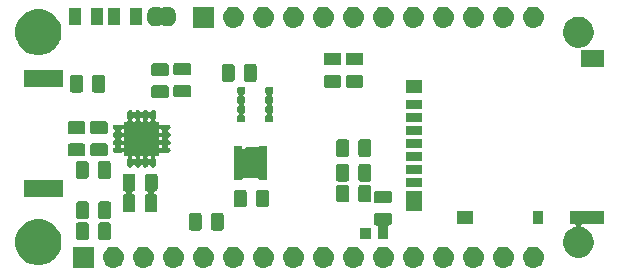
<source format=gbr>
G04 #@! TF.GenerationSoftware,KiCad,Pcbnew,(5.1.4)-1*
G04 #@! TF.CreationDate,2019-12-01T21:56:44-05:00*
G04 #@! TF.ProjectId,Feather-weather-station,46656174-6865-4722-9d77-656174686572,rev?*
G04 #@! TF.SameCoordinates,Original*
G04 #@! TF.FileFunction,Soldermask,Top*
G04 #@! TF.FilePolarity,Negative*
%FSLAX46Y46*%
G04 Gerber Fmt 4.6, Leading zero omitted, Abs format (unit mm)*
G04 Created by KiCad (PCBNEW (5.1.4)-1) date 2019-12-01 21:56:44*
%MOMM*%
%LPD*%
G04 APERTURE LIST*
%ADD10C,0.100000*%
G04 APERTURE END LIST*
D10*
G36*
X140991543Y-71686019D02*
G01*
X141057727Y-71692537D01*
X141227566Y-71744057D01*
X141384091Y-71827722D01*
X141419829Y-71857052D01*
X141521286Y-71940314D01*
X141604548Y-72041771D01*
X141633878Y-72077509D01*
X141717543Y-72234034D01*
X141769063Y-72403873D01*
X141786459Y-72580500D01*
X141769063Y-72757127D01*
X141717543Y-72926966D01*
X141633878Y-73083491D01*
X141604548Y-73119229D01*
X141521286Y-73220686D01*
X141419829Y-73303948D01*
X141384091Y-73333278D01*
X141227566Y-73416943D01*
X141057727Y-73468463D01*
X140991542Y-73474982D01*
X140925360Y-73481500D01*
X140836840Y-73481500D01*
X140770658Y-73474982D01*
X140704473Y-73468463D01*
X140534634Y-73416943D01*
X140378109Y-73333278D01*
X140342371Y-73303948D01*
X140240914Y-73220686D01*
X140157652Y-73119229D01*
X140128322Y-73083491D01*
X140044657Y-72926966D01*
X139993137Y-72757127D01*
X139975741Y-72580500D01*
X139993137Y-72403873D01*
X140044657Y-72234034D01*
X140128322Y-72077509D01*
X140157652Y-72041771D01*
X140240914Y-71940314D01*
X140342371Y-71857052D01*
X140378109Y-71827722D01*
X140534634Y-71744057D01*
X140704473Y-71692537D01*
X140770657Y-71686019D01*
X140836840Y-71679500D01*
X140925360Y-71679500D01*
X140991543Y-71686019D01*
X140991543Y-71686019D01*
G37*
G36*
X128291543Y-71686019D02*
G01*
X128357727Y-71692537D01*
X128527566Y-71744057D01*
X128684091Y-71827722D01*
X128719829Y-71857052D01*
X128821286Y-71940314D01*
X128904548Y-72041771D01*
X128933878Y-72077509D01*
X129017543Y-72234034D01*
X129069063Y-72403873D01*
X129086459Y-72580500D01*
X129069063Y-72757127D01*
X129017543Y-72926966D01*
X128933878Y-73083491D01*
X128904548Y-73119229D01*
X128821286Y-73220686D01*
X128719829Y-73303948D01*
X128684091Y-73333278D01*
X128527566Y-73416943D01*
X128357727Y-73468463D01*
X128291542Y-73474982D01*
X128225360Y-73481500D01*
X128136840Y-73481500D01*
X128070658Y-73474982D01*
X128004473Y-73468463D01*
X127834634Y-73416943D01*
X127678109Y-73333278D01*
X127642371Y-73303948D01*
X127540914Y-73220686D01*
X127457652Y-73119229D01*
X127428322Y-73083491D01*
X127344657Y-72926966D01*
X127293137Y-72757127D01*
X127275741Y-72580500D01*
X127293137Y-72403873D01*
X127344657Y-72234034D01*
X127428322Y-72077509D01*
X127457652Y-72041771D01*
X127540914Y-71940314D01*
X127642371Y-71857052D01*
X127678109Y-71827722D01*
X127834634Y-71744057D01*
X128004473Y-71692537D01*
X128070657Y-71686019D01*
X128136840Y-71679500D01*
X128225360Y-71679500D01*
X128291543Y-71686019D01*
X128291543Y-71686019D01*
G37*
G36*
X146071543Y-71686019D02*
G01*
X146137727Y-71692537D01*
X146307566Y-71744057D01*
X146464091Y-71827722D01*
X146499829Y-71857052D01*
X146601286Y-71940314D01*
X146684548Y-72041771D01*
X146713878Y-72077509D01*
X146797543Y-72234034D01*
X146849063Y-72403873D01*
X146866459Y-72580500D01*
X146849063Y-72757127D01*
X146797543Y-72926966D01*
X146713878Y-73083491D01*
X146684548Y-73119229D01*
X146601286Y-73220686D01*
X146499829Y-73303948D01*
X146464091Y-73333278D01*
X146307566Y-73416943D01*
X146137727Y-73468463D01*
X146071542Y-73474982D01*
X146005360Y-73481500D01*
X145916840Y-73481500D01*
X145850658Y-73474982D01*
X145784473Y-73468463D01*
X145614634Y-73416943D01*
X145458109Y-73333278D01*
X145422371Y-73303948D01*
X145320914Y-73220686D01*
X145237652Y-73119229D01*
X145208322Y-73083491D01*
X145124657Y-72926966D01*
X145073137Y-72757127D01*
X145055741Y-72580500D01*
X145073137Y-72403873D01*
X145124657Y-72234034D01*
X145208322Y-72077509D01*
X145237652Y-72041771D01*
X145320914Y-71940314D01*
X145422371Y-71857052D01*
X145458109Y-71827722D01*
X145614634Y-71744057D01*
X145784473Y-71692537D01*
X145850657Y-71686019D01*
X145916840Y-71679500D01*
X146005360Y-71679500D01*
X146071543Y-71686019D01*
X146071543Y-71686019D01*
G37*
G36*
X143531543Y-71686019D02*
G01*
X143597727Y-71692537D01*
X143767566Y-71744057D01*
X143924091Y-71827722D01*
X143959829Y-71857052D01*
X144061286Y-71940314D01*
X144144548Y-72041771D01*
X144173878Y-72077509D01*
X144257543Y-72234034D01*
X144309063Y-72403873D01*
X144326459Y-72580500D01*
X144309063Y-72757127D01*
X144257543Y-72926966D01*
X144173878Y-73083491D01*
X144144548Y-73119229D01*
X144061286Y-73220686D01*
X143959829Y-73303948D01*
X143924091Y-73333278D01*
X143767566Y-73416943D01*
X143597727Y-73468463D01*
X143531542Y-73474982D01*
X143465360Y-73481500D01*
X143376840Y-73481500D01*
X143310658Y-73474982D01*
X143244473Y-73468463D01*
X143074634Y-73416943D01*
X142918109Y-73333278D01*
X142882371Y-73303948D01*
X142780914Y-73220686D01*
X142697652Y-73119229D01*
X142668322Y-73083491D01*
X142584657Y-72926966D01*
X142533137Y-72757127D01*
X142515741Y-72580500D01*
X142533137Y-72403873D01*
X142584657Y-72234034D01*
X142668322Y-72077509D01*
X142697652Y-72041771D01*
X142780914Y-71940314D01*
X142882371Y-71857052D01*
X142918109Y-71827722D01*
X143074634Y-71744057D01*
X143244473Y-71692537D01*
X143310657Y-71686019D01*
X143376840Y-71679500D01*
X143465360Y-71679500D01*
X143531543Y-71686019D01*
X143531543Y-71686019D01*
G37*
G36*
X138451543Y-71686019D02*
G01*
X138517727Y-71692537D01*
X138687566Y-71744057D01*
X138844091Y-71827722D01*
X138879829Y-71857052D01*
X138981286Y-71940314D01*
X139064548Y-72041771D01*
X139093878Y-72077509D01*
X139177543Y-72234034D01*
X139229063Y-72403873D01*
X139246459Y-72580500D01*
X139229063Y-72757127D01*
X139177543Y-72926966D01*
X139093878Y-73083491D01*
X139064548Y-73119229D01*
X138981286Y-73220686D01*
X138879829Y-73303948D01*
X138844091Y-73333278D01*
X138687566Y-73416943D01*
X138517727Y-73468463D01*
X138451542Y-73474982D01*
X138385360Y-73481500D01*
X138296840Y-73481500D01*
X138230658Y-73474982D01*
X138164473Y-73468463D01*
X137994634Y-73416943D01*
X137838109Y-73333278D01*
X137802371Y-73303948D01*
X137700914Y-73220686D01*
X137617652Y-73119229D01*
X137588322Y-73083491D01*
X137504657Y-72926966D01*
X137453137Y-72757127D01*
X137435741Y-72580500D01*
X137453137Y-72403873D01*
X137504657Y-72234034D01*
X137588322Y-72077509D01*
X137617652Y-72041771D01*
X137700914Y-71940314D01*
X137802371Y-71857052D01*
X137838109Y-71827722D01*
X137994634Y-71744057D01*
X138164473Y-71692537D01*
X138230657Y-71686019D01*
X138296840Y-71679500D01*
X138385360Y-71679500D01*
X138451543Y-71686019D01*
X138451543Y-71686019D01*
G37*
G36*
X135911543Y-71686019D02*
G01*
X135977727Y-71692537D01*
X136147566Y-71744057D01*
X136304091Y-71827722D01*
X136339829Y-71857052D01*
X136441286Y-71940314D01*
X136524548Y-72041771D01*
X136553878Y-72077509D01*
X136637543Y-72234034D01*
X136689063Y-72403873D01*
X136706459Y-72580500D01*
X136689063Y-72757127D01*
X136637543Y-72926966D01*
X136553878Y-73083491D01*
X136524548Y-73119229D01*
X136441286Y-73220686D01*
X136339829Y-73303948D01*
X136304091Y-73333278D01*
X136147566Y-73416943D01*
X135977727Y-73468463D01*
X135911542Y-73474982D01*
X135845360Y-73481500D01*
X135756840Y-73481500D01*
X135690658Y-73474982D01*
X135624473Y-73468463D01*
X135454634Y-73416943D01*
X135298109Y-73333278D01*
X135262371Y-73303948D01*
X135160914Y-73220686D01*
X135077652Y-73119229D01*
X135048322Y-73083491D01*
X134964657Y-72926966D01*
X134913137Y-72757127D01*
X134895741Y-72580500D01*
X134913137Y-72403873D01*
X134964657Y-72234034D01*
X135048322Y-72077509D01*
X135077652Y-72041771D01*
X135160914Y-71940314D01*
X135262371Y-71857052D01*
X135298109Y-71827722D01*
X135454634Y-71744057D01*
X135624473Y-71692537D01*
X135690657Y-71686019D01*
X135756840Y-71679500D01*
X135845360Y-71679500D01*
X135911543Y-71686019D01*
X135911543Y-71686019D01*
G37*
G36*
X133371543Y-71686019D02*
G01*
X133437727Y-71692537D01*
X133607566Y-71744057D01*
X133764091Y-71827722D01*
X133799829Y-71857052D01*
X133901286Y-71940314D01*
X133984548Y-72041771D01*
X134013878Y-72077509D01*
X134097543Y-72234034D01*
X134149063Y-72403873D01*
X134166459Y-72580500D01*
X134149063Y-72757127D01*
X134097543Y-72926966D01*
X134013878Y-73083491D01*
X133984548Y-73119229D01*
X133901286Y-73220686D01*
X133799829Y-73303948D01*
X133764091Y-73333278D01*
X133607566Y-73416943D01*
X133437727Y-73468463D01*
X133371542Y-73474982D01*
X133305360Y-73481500D01*
X133216840Y-73481500D01*
X133150658Y-73474982D01*
X133084473Y-73468463D01*
X132914634Y-73416943D01*
X132758109Y-73333278D01*
X132722371Y-73303948D01*
X132620914Y-73220686D01*
X132537652Y-73119229D01*
X132508322Y-73083491D01*
X132424657Y-72926966D01*
X132373137Y-72757127D01*
X132355741Y-72580500D01*
X132373137Y-72403873D01*
X132424657Y-72234034D01*
X132508322Y-72077509D01*
X132537652Y-72041771D01*
X132620914Y-71940314D01*
X132722371Y-71857052D01*
X132758109Y-71827722D01*
X132914634Y-71744057D01*
X133084473Y-71692537D01*
X133150657Y-71686019D01*
X133216840Y-71679500D01*
X133305360Y-71679500D01*
X133371543Y-71686019D01*
X133371543Y-71686019D01*
G37*
G36*
X130831543Y-71686019D02*
G01*
X130897727Y-71692537D01*
X131067566Y-71744057D01*
X131224091Y-71827722D01*
X131259829Y-71857052D01*
X131361286Y-71940314D01*
X131444548Y-72041771D01*
X131473878Y-72077509D01*
X131557543Y-72234034D01*
X131609063Y-72403873D01*
X131626459Y-72580500D01*
X131609063Y-72757127D01*
X131557543Y-72926966D01*
X131473878Y-73083491D01*
X131444548Y-73119229D01*
X131361286Y-73220686D01*
X131259829Y-73303948D01*
X131224091Y-73333278D01*
X131067566Y-73416943D01*
X130897727Y-73468463D01*
X130831542Y-73474982D01*
X130765360Y-73481500D01*
X130676840Y-73481500D01*
X130610658Y-73474982D01*
X130544473Y-73468463D01*
X130374634Y-73416943D01*
X130218109Y-73333278D01*
X130182371Y-73303948D01*
X130080914Y-73220686D01*
X129997652Y-73119229D01*
X129968322Y-73083491D01*
X129884657Y-72926966D01*
X129833137Y-72757127D01*
X129815741Y-72580500D01*
X129833137Y-72403873D01*
X129884657Y-72234034D01*
X129968322Y-72077509D01*
X129997652Y-72041771D01*
X130080914Y-71940314D01*
X130182371Y-71857052D01*
X130218109Y-71827722D01*
X130374634Y-71744057D01*
X130544473Y-71692537D01*
X130610657Y-71686019D01*
X130676840Y-71679500D01*
X130765360Y-71679500D01*
X130831543Y-71686019D01*
X130831543Y-71686019D01*
G37*
G36*
X148611543Y-71686019D02*
G01*
X148677727Y-71692537D01*
X148847566Y-71744057D01*
X149004091Y-71827722D01*
X149039829Y-71857052D01*
X149141286Y-71940314D01*
X149224548Y-72041771D01*
X149253878Y-72077509D01*
X149337543Y-72234034D01*
X149389063Y-72403873D01*
X149406459Y-72580500D01*
X149389063Y-72757127D01*
X149337543Y-72926966D01*
X149253878Y-73083491D01*
X149224548Y-73119229D01*
X149141286Y-73220686D01*
X149039829Y-73303948D01*
X149004091Y-73333278D01*
X148847566Y-73416943D01*
X148677727Y-73468463D01*
X148611542Y-73474982D01*
X148545360Y-73481500D01*
X148456840Y-73481500D01*
X148390658Y-73474982D01*
X148324473Y-73468463D01*
X148154634Y-73416943D01*
X147998109Y-73333278D01*
X147962371Y-73303948D01*
X147860914Y-73220686D01*
X147777652Y-73119229D01*
X147748322Y-73083491D01*
X147664657Y-72926966D01*
X147613137Y-72757127D01*
X147595741Y-72580500D01*
X147613137Y-72403873D01*
X147664657Y-72234034D01*
X147748322Y-72077509D01*
X147777652Y-72041771D01*
X147860914Y-71940314D01*
X147962371Y-71857052D01*
X147998109Y-71827722D01*
X148154634Y-71744057D01*
X148324473Y-71692537D01*
X148390657Y-71686019D01*
X148456840Y-71679500D01*
X148545360Y-71679500D01*
X148611543Y-71686019D01*
X148611543Y-71686019D01*
G37*
G36*
X161311543Y-71686019D02*
G01*
X161377727Y-71692537D01*
X161547566Y-71744057D01*
X161704091Y-71827722D01*
X161739829Y-71857052D01*
X161841286Y-71940314D01*
X161924548Y-72041771D01*
X161953878Y-72077509D01*
X162037543Y-72234034D01*
X162089063Y-72403873D01*
X162106459Y-72580500D01*
X162089063Y-72757127D01*
X162037543Y-72926966D01*
X161953878Y-73083491D01*
X161924548Y-73119229D01*
X161841286Y-73220686D01*
X161739829Y-73303948D01*
X161704091Y-73333278D01*
X161547566Y-73416943D01*
X161377727Y-73468463D01*
X161311542Y-73474982D01*
X161245360Y-73481500D01*
X161156840Y-73481500D01*
X161090658Y-73474982D01*
X161024473Y-73468463D01*
X160854634Y-73416943D01*
X160698109Y-73333278D01*
X160662371Y-73303948D01*
X160560914Y-73220686D01*
X160477652Y-73119229D01*
X160448322Y-73083491D01*
X160364657Y-72926966D01*
X160313137Y-72757127D01*
X160295741Y-72580500D01*
X160313137Y-72403873D01*
X160364657Y-72234034D01*
X160448322Y-72077509D01*
X160477652Y-72041771D01*
X160560914Y-71940314D01*
X160662371Y-71857052D01*
X160698109Y-71827722D01*
X160854634Y-71744057D01*
X161024473Y-71692537D01*
X161090657Y-71686019D01*
X161156840Y-71679500D01*
X161245360Y-71679500D01*
X161311543Y-71686019D01*
X161311543Y-71686019D01*
G37*
G36*
X158771543Y-71686019D02*
G01*
X158837727Y-71692537D01*
X159007566Y-71744057D01*
X159164091Y-71827722D01*
X159199829Y-71857052D01*
X159301286Y-71940314D01*
X159384548Y-72041771D01*
X159413878Y-72077509D01*
X159497543Y-72234034D01*
X159549063Y-72403873D01*
X159566459Y-72580500D01*
X159549063Y-72757127D01*
X159497543Y-72926966D01*
X159413878Y-73083491D01*
X159384548Y-73119229D01*
X159301286Y-73220686D01*
X159199829Y-73303948D01*
X159164091Y-73333278D01*
X159007566Y-73416943D01*
X158837727Y-73468463D01*
X158771542Y-73474982D01*
X158705360Y-73481500D01*
X158616840Y-73481500D01*
X158550658Y-73474982D01*
X158484473Y-73468463D01*
X158314634Y-73416943D01*
X158158109Y-73333278D01*
X158122371Y-73303948D01*
X158020914Y-73220686D01*
X157937652Y-73119229D01*
X157908322Y-73083491D01*
X157824657Y-72926966D01*
X157773137Y-72757127D01*
X157755741Y-72580500D01*
X157773137Y-72403873D01*
X157824657Y-72234034D01*
X157908322Y-72077509D01*
X157937652Y-72041771D01*
X158020914Y-71940314D01*
X158122371Y-71857052D01*
X158158109Y-71827722D01*
X158314634Y-71744057D01*
X158484473Y-71692537D01*
X158550657Y-71686019D01*
X158616840Y-71679500D01*
X158705360Y-71679500D01*
X158771543Y-71686019D01*
X158771543Y-71686019D01*
G37*
G36*
X156231543Y-71686019D02*
G01*
X156297727Y-71692537D01*
X156467566Y-71744057D01*
X156624091Y-71827722D01*
X156659829Y-71857052D01*
X156761286Y-71940314D01*
X156844548Y-72041771D01*
X156873878Y-72077509D01*
X156957543Y-72234034D01*
X157009063Y-72403873D01*
X157026459Y-72580500D01*
X157009063Y-72757127D01*
X156957543Y-72926966D01*
X156873878Y-73083491D01*
X156844548Y-73119229D01*
X156761286Y-73220686D01*
X156659829Y-73303948D01*
X156624091Y-73333278D01*
X156467566Y-73416943D01*
X156297727Y-73468463D01*
X156231542Y-73474982D01*
X156165360Y-73481500D01*
X156076840Y-73481500D01*
X156010658Y-73474982D01*
X155944473Y-73468463D01*
X155774634Y-73416943D01*
X155618109Y-73333278D01*
X155582371Y-73303948D01*
X155480914Y-73220686D01*
X155397652Y-73119229D01*
X155368322Y-73083491D01*
X155284657Y-72926966D01*
X155233137Y-72757127D01*
X155215741Y-72580500D01*
X155233137Y-72403873D01*
X155284657Y-72234034D01*
X155368322Y-72077509D01*
X155397652Y-72041771D01*
X155480914Y-71940314D01*
X155582371Y-71857052D01*
X155618109Y-71827722D01*
X155774634Y-71744057D01*
X155944473Y-71692537D01*
X156010657Y-71686019D01*
X156076840Y-71679500D01*
X156165360Y-71679500D01*
X156231543Y-71686019D01*
X156231543Y-71686019D01*
G37*
G36*
X163851543Y-71686019D02*
G01*
X163917727Y-71692537D01*
X164087566Y-71744057D01*
X164244091Y-71827722D01*
X164279829Y-71857052D01*
X164381286Y-71940314D01*
X164464548Y-72041771D01*
X164493878Y-72077509D01*
X164577543Y-72234034D01*
X164629063Y-72403873D01*
X164646459Y-72580500D01*
X164629063Y-72757127D01*
X164577543Y-72926966D01*
X164493878Y-73083491D01*
X164464548Y-73119229D01*
X164381286Y-73220686D01*
X164279829Y-73303948D01*
X164244091Y-73333278D01*
X164087566Y-73416943D01*
X163917727Y-73468463D01*
X163851542Y-73474982D01*
X163785360Y-73481500D01*
X163696840Y-73481500D01*
X163630658Y-73474982D01*
X163564473Y-73468463D01*
X163394634Y-73416943D01*
X163238109Y-73333278D01*
X163202371Y-73303948D01*
X163100914Y-73220686D01*
X163017652Y-73119229D01*
X162988322Y-73083491D01*
X162904657Y-72926966D01*
X162853137Y-72757127D01*
X162835741Y-72580500D01*
X162853137Y-72403873D01*
X162904657Y-72234034D01*
X162988322Y-72077509D01*
X163017652Y-72041771D01*
X163100914Y-71940314D01*
X163202371Y-71857052D01*
X163238109Y-71827722D01*
X163394634Y-71744057D01*
X163564473Y-71692537D01*
X163630657Y-71686019D01*
X163696840Y-71679500D01*
X163785360Y-71679500D01*
X163851543Y-71686019D01*
X163851543Y-71686019D01*
G37*
G36*
X153691543Y-71686019D02*
G01*
X153757727Y-71692537D01*
X153927566Y-71744057D01*
X154084091Y-71827722D01*
X154119829Y-71857052D01*
X154221286Y-71940314D01*
X154304548Y-72041771D01*
X154333878Y-72077509D01*
X154417543Y-72234034D01*
X154469063Y-72403873D01*
X154486459Y-72580500D01*
X154469063Y-72757127D01*
X154417543Y-72926966D01*
X154333878Y-73083491D01*
X154304548Y-73119229D01*
X154221286Y-73220686D01*
X154119829Y-73303948D01*
X154084091Y-73333278D01*
X153927566Y-73416943D01*
X153757727Y-73468463D01*
X153691542Y-73474982D01*
X153625360Y-73481500D01*
X153536840Y-73481500D01*
X153470658Y-73474982D01*
X153404473Y-73468463D01*
X153234634Y-73416943D01*
X153078109Y-73333278D01*
X153042371Y-73303948D01*
X152940914Y-73220686D01*
X152857652Y-73119229D01*
X152828322Y-73083491D01*
X152744657Y-72926966D01*
X152693137Y-72757127D01*
X152675741Y-72580500D01*
X152693137Y-72403873D01*
X152744657Y-72234034D01*
X152828322Y-72077509D01*
X152857652Y-72041771D01*
X152940914Y-71940314D01*
X153042371Y-71857052D01*
X153078109Y-71827722D01*
X153234634Y-71744057D01*
X153404473Y-71692537D01*
X153470657Y-71686019D01*
X153536840Y-71679500D01*
X153625360Y-71679500D01*
X153691543Y-71686019D01*
X153691543Y-71686019D01*
G37*
G36*
X151151543Y-71686019D02*
G01*
X151217727Y-71692537D01*
X151387566Y-71744057D01*
X151544091Y-71827722D01*
X151579829Y-71857052D01*
X151681286Y-71940314D01*
X151764548Y-72041771D01*
X151793878Y-72077509D01*
X151877543Y-72234034D01*
X151929063Y-72403873D01*
X151946459Y-72580500D01*
X151929063Y-72757127D01*
X151877543Y-72926966D01*
X151793878Y-73083491D01*
X151764548Y-73119229D01*
X151681286Y-73220686D01*
X151579829Y-73303948D01*
X151544091Y-73333278D01*
X151387566Y-73416943D01*
X151217727Y-73468463D01*
X151151542Y-73474982D01*
X151085360Y-73481500D01*
X150996840Y-73481500D01*
X150930658Y-73474982D01*
X150864473Y-73468463D01*
X150694634Y-73416943D01*
X150538109Y-73333278D01*
X150502371Y-73303948D01*
X150400914Y-73220686D01*
X150317652Y-73119229D01*
X150288322Y-73083491D01*
X150204657Y-72926966D01*
X150153137Y-72757127D01*
X150135741Y-72580500D01*
X150153137Y-72403873D01*
X150204657Y-72234034D01*
X150288322Y-72077509D01*
X150317652Y-72041771D01*
X150400914Y-71940314D01*
X150502371Y-71857052D01*
X150538109Y-71827722D01*
X150694634Y-71744057D01*
X150864473Y-71692537D01*
X150930657Y-71686019D01*
X150996840Y-71679500D01*
X151085360Y-71679500D01*
X151151543Y-71686019D01*
X151151543Y-71686019D01*
G37*
G36*
X126542100Y-73481500D02*
G01*
X124740100Y-73481500D01*
X124740100Y-71679500D01*
X126542100Y-71679500D01*
X126542100Y-73481500D01*
X126542100Y-73481500D01*
G37*
G36*
X122400185Y-69434475D02*
G01*
X122755243Y-69581545D01*
X122755245Y-69581546D01*
X123074790Y-69795059D01*
X123346541Y-70066810D01*
X123516786Y-70321600D01*
X123560055Y-70386357D01*
X123707125Y-70741415D01*
X123782100Y-71118342D01*
X123782100Y-71502658D01*
X123707125Y-71879585D01*
X123625142Y-72077509D01*
X123560054Y-72234645D01*
X123346541Y-72554190D01*
X123074790Y-72825941D01*
X122755245Y-73039454D01*
X122755244Y-73039455D01*
X122755243Y-73039455D01*
X122400185Y-73186525D01*
X122023258Y-73261500D01*
X121638942Y-73261500D01*
X121262015Y-73186525D01*
X120906957Y-73039455D01*
X120906956Y-73039455D01*
X120906955Y-73039454D01*
X120587410Y-72825941D01*
X120315659Y-72554190D01*
X120102146Y-72234645D01*
X120037058Y-72077509D01*
X119955075Y-71879585D01*
X119880100Y-71502658D01*
X119880100Y-71118342D01*
X119955075Y-70741415D01*
X120102145Y-70386357D01*
X120145414Y-70321600D01*
X120315659Y-70066810D01*
X120587410Y-69795059D01*
X120906955Y-69581546D01*
X120906957Y-69581545D01*
X121262015Y-69434475D01*
X121638942Y-69359500D01*
X122023258Y-69359500D01*
X122400185Y-69434475D01*
X122400185Y-69434475D01*
G37*
G36*
X169742200Y-69796500D02*
G01*
X167877552Y-69796500D01*
X167853166Y-69798902D01*
X167829717Y-69806015D01*
X167808106Y-69817566D01*
X167789164Y-69833111D01*
X167773619Y-69852053D01*
X167762068Y-69873664D01*
X167754955Y-69897113D01*
X167752553Y-69921499D01*
X167754955Y-69945885D01*
X167762068Y-69969334D01*
X167773619Y-69990945D01*
X167789164Y-70009887D01*
X167808106Y-70025432D01*
X167829717Y-70036983D01*
X167853166Y-70044096D01*
X167930587Y-70059496D01*
X168161317Y-70155068D01*
X168167355Y-70157569D01*
X168233756Y-70201937D01*
X168380439Y-70299947D01*
X168561653Y-70481161D01*
X168704032Y-70694247D01*
X168802104Y-70931013D01*
X168852100Y-71182361D01*
X168852100Y-71438639D01*
X168802104Y-71689987D01*
X168723569Y-71879586D01*
X168704031Y-71926755D01*
X168561653Y-72139839D01*
X168380439Y-72321053D01*
X168167355Y-72463431D01*
X168167354Y-72463432D01*
X168167353Y-72463432D01*
X167930587Y-72561504D01*
X167679239Y-72611500D01*
X167422961Y-72611500D01*
X167171613Y-72561504D01*
X166934847Y-72463432D01*
X166934846Y-72463432D01*
X166934845Y-72463431D01*
X166721761Y-72321053D01*
X166540547Y-72139839D01*
X166398169Y-71926755D01*
X166378631Y-71879586D01*
X166300096Y-71689987D01*
X166250100Y-71438639D01*
X166250100Y-71182361D01*
X166300096Y-70931013D01*
X166398168Y-70694247D01*
X166540547Y-70481161D01*
X166721761Y-70299947D01*
X166868444Y-70201937D01*
X166934845Y-70157569D01*
X166940883Y-70155068D01*
X167171613Y-70059496D01*
X167249034Y-70044096D01*
X167272483Y-70036983D01*
X167294094Y-70025432D01*
X167313036Y-70009887D01*
X167328581Y-69990945D01*
X167340132Y-69969334D01*
X167347245Y-69945885D01*
X167349647Y-69921499D01*
X167347245Y-69897113D01*
X167340132Y-69873664D01*
X167328581Y-69852053D01*
X167313036Y-69833111D01*
X167294094Y-69817566D01*
X167272483Y-69806015D01*
X167249034Y-69798902D01*
X167224648Y-69796500D01*
X166840200Y-69796500D01*
X166840200Y-68694500D01*
X169742200Y-68694500D01*
X169742200Y-69796500D01*
X169742200Y-69796500D01*
G37*
G36*
X125926468Y-69636965D02*
G01*
X125965138Y-69648696D01*
X126000777Y-69667746D01*
X126032017Y-69693383D01*
X126057654Y-69724623D01*
X126076704Y-69760262D01*
X126088435Y-69798932D01*
X126093000Y-69845288D01*
X126093000Y-70921512D01*
X126088435Y-70967868D01*
X126076704Y-71006538D01*
X126057654Y-71042177D01*
X126032017Y-71073417D01*
X126000777Y-71099054D01*
X125965138Y-71118104D01*
X125926468Y-71129835D01*
X125880112Y-71134400D01*
X125228888Y-71134400D01*
X125182532Y-71129835D01*
X125143862Y-71118104D01*
X125108223Y-71099054D01*
X125076983Y-71073417D01*
X125051346Y-71042177D01*
X125032296Y-71006538D01*
X125020565Y-70967868D01*
X125016000Y-70921512D01*
X125016000Y-69845288D01*
X125020565Y-69798932D01*
X125032296Y-69760262D01*
X125051346Y-69724623D01*
X125076983Y-69693383D01*
X125108223Y-69667746D01*
X125143862Y-69648696D01*
X125182532Y-69636965D01*
X125228888Y-69632400D01*
X125880112Y-69632400D01*
X125926468Y-69636965D01*
X125926468Y-69636965D01*
G37*
G36*
X127801468Y-69636965D02*
G01*
X127840138Y-69648696D01*
X127875777Y-69667746D01*
X127907017Y-69693383D01*
X127932654Y-69724623D01*
X127951704Y-69760262D01*
X127963435Y-69798932D01*
X127968000Y-69845288D01*
X127968000Y-70921512D01*
X127963435Y-70967868D01*
X127951704Y-71006538D01*
X127932654Y-71042177D01*
X127907017Y-71073417D01*
X127875777Y-71099054D01*
X127840138Y-71118104D01*
X127801468Y-71129835D01*
X127755112Y-71134400D01*
X127103888Y-71134400D01*
X127057532Y-71129835D01*
X127018862Y-71118104D01*
X126983223Y-71099054D01*
X126951983Y-71073417D01*
X126926346Y-71042177D01*
X126907296Y-71006538D01*
X126895565Y-70967868D01*
X126891000Y-70921512D01*
X126891000Y-69845288D01*
X126895565Y-69798932D01*
X126907296Y-69760262D01*
X126926346Y-69724623D01*
X126951983Y-69693383D01*
X126983223Y-69667746D01*
X127018862Y-69648696D01*
X127057532Y-69636965D01*
X127103888Y-69632400D01*
X127755112Y-69632400D01*
X127801468Y-69636965D01*
X127801468Y-69636965D01*
G37*
G36*
X149954700Y-70999500D02*
G01*
X149052700Y-70999500D01*
X149052700Y-70097500D01*
X149954700Y-70097500D01*
X149954700Y-70999500D01*
X149954700Y-70999500D01*
G37*
G36*
X151587468Y-68818465D02*
G01*
X151626138Y-68830196D01*
X151661777Y-68849246D01*
X151693017Y-68874883D01*
X151718654Y-68906123D01*
X151737704Y-68941762D01*
X151749435Y-68980432D01*
X151754000Y-69026788D01*
X151754000Y-69678012D01*
X151749435Y-69724368D01*
X151737704Y-69763038D01*
X151718654Y-69798677D01*
X151693017Y-69829917D01*
X151661777Y-69855554D01*
X151626138Y-69874604D01*
X151587468Y-69886335D01*
X151567449Y-69888306D01*
X151543416Y-69893086D01*
X151520777Y-69902463D01*
X151500402Y-69916076D01*
X151483075Y-69933403D01*
X151469461Y-69953777D01*
X151460083Y-69976416D01*
X151455302Y-70000449D01*
X151454700Y-70012703D01*
X151454700Y-70999500D01*
X150552700Y-70999500D01*
X150552700Y-70012841D01*
X150550298Y-69988455D01*
X150543185Y-69965006D01*
X150531634Y-69943395D01*
X150516089Y-69924453D01*
X150497147Y-69908908D01*
X150475536Y-69897357D01*
X150452087Y-69890244D01*
X150439952Y-69888444D01*
X150418532Y-69886335D01*
X150379862Y-69874604D01*
X150344223Y-69855554D01*
X150312983Y-69829917D01*
X150287346Y-69798677D01*
X150268296Y-69763038D01*
X150256565Y-69724368D01*
X150252000Y-69678012D01*
X150252000Y-69026788D01*
X150256565Y-68980432D01*
X150268296Y-68941762D01*
X150287346Y-68906123D01*
X150312983Y-68874883D01*
X150344223Y-68849246D01*
X150379862Y-68830196D01*
X150418532Y-68818465D01*
X150464888Y-68813900D01*
X151541112Y-68813900D01*
X151587468Y-68818465D01*
X151587468Y-68818465D01*
G37*
G36*
X137351868Y-68824165D02*
G01*
X137390538Y-68835896D01*
X137426177Y-68854946D01*
X137457417Y-68880583D01*
X137483054Y-68911823D01*
X137502104Y-68947462D01*
X137513835Y-68986132D01*
X137518400Y-69032488D01*
X137518400Y-70108712D01*
X137513835Y-70155068D01*
X137502104Y-70193738D01*
X137483054Y-70229377D01*
X137457417Y-70260617D01*
X137426177Y-70286254D01*
X137390538Y-70305304D01*
X137351868Y-70317035D01*
X137305512Y-70321600D01*
X136654288Y-70321600D01*
X136607932Y-70317035D01*
X136569262Y-70305304D01*
X136533623Y-70286254D01*
X136502383Y-70260617D01*
X136476746Y-70229377D01*
X136457696Y-70193738D01*
X136445965Y-70155068D01*
X136441400Y-70108712D01*
X136441400Y-69032488D01*
X136445965Y-68986132D01*
X136457696Y-68947462D01*
X136476746Y-68911823D01*
X136502383Y-68880583D01*
X136533623Y-68854946D01*
X136569262Y-68835896D01*
X136607932Y-68824165D01*
X136654288Y-68819600D01*
X137305512Y-68819600D01*
X137351868Y-68824165D01*
X137351868Y-68824165D01*
G37*
G36*
X135476868Y-68824165D02*
G01*
X135515538Y-68835896D01*
X135551177Y-68854946D01*
X135582417Y-68880583D01*
X135608054Y-68911823D01*
X135627104Y-68947462D01*
X135638835Y-68986132D01*
X135643400Y-69032488D01*
X135643400Y-70108712D01*
X135638835Y-70155068D01*
X135627104Y-70193738D01*
X135608054Y-70229377D01*
X135582417Y-70260617D01*
X135551177Y-70286254D01*
X135515538Y-70305304D01*
X135476868Y-70317035D01*
X135430512Y-70321600D01*
X134779288Y-70321600D01*
X134732932Y-70317035D01*
X134694262Y-70305304D01*
X134658623Y-70286254D01*
X134627383Y-70260617D01*
X134601746Y-70229377D01*
X134582696Y-70193738D01*
X134570965Y-70155068D01*
X134566400Y-70108712D01*
X134566400Y-69032488D01*
X134570965Y-68986132D01*
X134582696Y-68947462D01*
X134601746Y-68911823D01*
X134627383Y-68880583D01*
X134658623Y-68854946D01*
X134694262Y-68835896D01*
X134732932Y-68824165D01*
X134779288Y-68819600D01*
X135430512Y-68819600D01*
X135476868Y-68824165D01*
X135476868Y-68824165D01*
G37*
G36*
X158592200Y-69796500D02*
G01*
X157290200Y-69796500D01*
X157290200Y-68694500D01*
X158592200Y-68694500D01*
X158592200Y-69796500D01*
X158592200Y-69796500D01*
G37*
G36*
X164592200Y-69796500D02*
G01*
X163690200Y-69796500D01*
X163690200Y-68694500D01*
X164592200Y-68694500D01*
X164592200Y-69796500D01*
X164592200Y-69796500D01*
G37*
G36*
X125939168Y-67858965D02*
G01*
X125977838Y-67870696D01*
X126013477Y-67889746D01*
X126044717Y-67915383D01*
X126070354Y-67946623D01*
X126089404Y-67982262D01*
X126101135Y-68020932D01*
X126105700Y-68067288D01*
X126105700Y-69143512D01*
X126101135Y-69189868D01*
X126089404Y-69228538D01*
X126070354Y-69264177D01*
X126044717Y-69295417D01*
X126013477Y-69321054D01*
X125977838Y-69340104D01*
X125939168Y-69351835D01*
X125892812Y-69356400D01*
X125241588Y-69356400D01*
X125195232Y-69351835D01*
X125156562Y-69340104D01*
X125120923Y-69321054D01*
X125089683Y-69295417D01*
X125064046Y-69264177D01*
X125044996Y-69228538D01*
X125033265Y-69189868D01*
X125028700Y-69143512D01*
X125028700Y-68067288D01*
X125033265Y-68020932D01*
X125044996Y-67982262D01*
X125064046Y-67946623D01*
X125089683Y-67915383D01*
X125120923Y-67889746D01*
X125156562Y-67870696D01*
X125195232Y-67858965D01*
X125241588Y-67854400D01*
X125892812Y-67854400D01*
X125939168Y-67858965D01*
X125939168Y-67858965D01*
G37*
G36*
X127814168Y-67858965D02*
G01*
X127852838Y-67870696D01*
X127888477Y-67889746D01*
X127919717Y-67915383D01*
X127945354Y-67946623D01*
X127964404Y-67982262D01*
X127976135Y-68020932D01*
X127980700Y-68067288D01*
X127980700Y-69143512D01*
X127976135Y-69189868D01*
X127964404Y-69228538D01*
X127945354Y-69264177D01*
X127919717Y-69295417D01*
X127888477Y-69321054D01*
X127852838Y-69340104D01*
X127814168Y-69351835D01*
X127767812Y-69356400D01*
X127116588Y-69356400D01*
X127070232Y-69351835D01*
X127031562Y-69340104D01*
X126995923Y-69321054D01*
X126964683Y-69295417D01*
X126939046Y-69264177D01*
X126919996Y-69228538D01*
X126908265Y-69189868D01*
X126903700Y-69143512D01*
X126903700Y-68067288D01*
X126908265Y-68020932D01*
X126919996Y-67982262D01*
X126939046Y-67946623D01*
X126964683Y-67915383D01*
X126995923Y-67889746D01*
X127031562Y-67870696D01*
X127070232Y-67858965D01*
X127116588Y-67854400D01*
X127767812Y-67854400D01*
X127814168Y-67858965D01*
X127814168Y-67858965D01*
G37*
G36*
X129876168Y-65509465D02*
G01*
X129914838Y-65521196D01*
X129950477Y-65540246D01*
X129981717Y-65565883D01*
X130007354Y-65597123D01*
X130026404Y-65632762D01*
X130038135Y-65671432D01*
X130042700Y-65717788D01*
X130042700Y-66794012D01*
X130038135Y-66840368D01*
X130026404Y-66879038D01*
X130007354Y-66914677D01*
X129981717Y-66945917D01*
X129950477Y-66971554D01*
X129914838Y-66990604D01*
X129875164Y-67002639D01*
X129853176Y-67007014D01*
X129830538Y-67016392D01*
X129810164Y-67030006D01*
X129792838Y-67047334D01*
X129779225Y-67067709D01*
X129769848Y-67090348D01*
X129765068Y-67114381D01*
X129765069Y-67138885D01*
X129769851Y-67162919D01*
X129779229Y-67185557D01*
X129792843Y-67205931D01*
X129810171Y-67223257D01*
X129830546Y-67236870D01*
X129853181Y-67246246D01*
X129902141Y-67261098D01*
X129937777Y-67280146D01*
X129969017Y-67305783D01*
X129994654Y-67337023D01*
X130013704Y-67372662D01*
X130025435Y-67411332D01*
X130030000Y-67457688D01*
X130030000Y-68533912D01*
X130025435Y-68580268D01*
X130013704Y-68618938D01*
X129994654Y-68654577D01*
X129969017Y-68685817D01*
X129937777Y-68711454D01*
X129902138Y-68730504D01*
X129863468Y-68742235D01*
X129817112Y-68746800D01*
X129165888Y-68746800D01*
X129119532Y-68742235D01*
X129080862Y-68730504D01*
X129045223Y-68711454D01*
X129013983Y-68685817D01*
X128988346Y-68654577D01*
X128969296Y-68618938D01*
X128957565Y-68580268D01*
X128953000Y-68533912D01*
X128953000Y-67457688D01*
X128957565Y-67411332D01*
X128969296Y-67372662D01*
X128988346Y-67337023D01*
X129013983Y-67305783D01*
X129045223Y-67280146D01*
X129080862Y-67261096D01*
X129120536Y-67249061D01*
X129142524Y-67244686D01*
X129165162Y-67235308D01*
X129185536Y-67221694D01*
X129202862Y-67204366D01*
X129216475Y-67183991D01*
X129225852Y-67161352D01*
X129230632Y-67137319D01*
X129230631Y-67112815D01*
X129225849Y-67088781D01*
X129216471Y-67066143D01*
X129202857Y-67045769D01*
X129185529Y-67028443D01*
X129165154Y-67014830D01*
X129142519Y-67005454D01*
X129093559Y-66990602D01*
X129057923Y-66971554D01*
X129026683Y-66945917D01*
X129001046Y-66914677D01*
X128981996Y-66879038D01*
X128970265Y-66840368D01*
X128965700Y-66794012D01*
X128965700Y-65717788D01*
X128970265Y-65671432D01*
X128981996Y-65632762D01*
X129001046Y-65597123D01*
X129026683Y-65565883D01*
X129057923Y-65540246D01*
X129093562Y-65521196D01*
X129132232Y-65509465D01*
X129178588Y-65504900D01*
X129829812Y-65504900D01*
X129876168Y-65509465D01*
X129876168Y-65509465D01*
G37*
G36*
X131751168Y-65509465D02*
G01*
X131789838Y-65521196D01*
X131825477Y-65540246D01*
X131856717Y-65565883D01*
X131882354Y-65597123D01*
X131901404Y-65632762D01*
X131913135Y-65671432D01*
X131917700Y-65717788D01*
X131917700Y-66794012D01*
X131913135Y-66840368D01*
X131901404Y-66879038D01*
X131882354Y-66914677D01*
X131856717Y-66945917D01*
X131825477Y-66971554D01*
X131789838Y-66990604D01*
X131750164Y-67002639D01*
X131728176Y-67007014D01*
X131705538Y-67016392D01*
X131685164Y-67030006D01*
X131667838Y-67047334D01*
X131654225Y-67067709D01*
X131644848Y-67090348D01*
X131640068Y-67114381D01*
X131640069Y-67138885D01*
X131644851Y-67162919D01*
X131654229Y-67185557D01*
X131667843Y-67205931D01*
X131685171Y-67223257D01*
X131705546Y-67236870D01*
X131728181Y-67246246D01*
X131777141Y-67261098D01*
X131812777Y-67280146D01*
X131844017Y-67305783D01*
X131869654Y-67337023D01*
X131888704Y-67372662D01*
X131900435Y-67411332D01*
X131905000Y-67457688D01*
X131905000Y-68533912D01*
X131900435Y-68580268D01*
X131888704Y-68618938D01*
X131869654Y-68654577D01*
X131844017Y-68685817D01*
X131812777Y-68711454D01*
X131777138Y-68730504D01*
X131738468Y-68742235D01*
X131692112Y-68746800D01*
X131040888Y-68746800D01*
X130994532Y-68742235D01*
X130955862Y-68730504D01*
X130920223Y-68711454D01*
X130888983Y-68685817D01*
X130863346Y-68654577D01*
X130844296Y-68618938D01*
X130832565Y-68580268D01*
X130828000Y-68533912D01*
X130828000Y-67457688D01*
X130832565Y-67411332D01*
X130844296Y-67372662D01*
X130863346Y-67337023D01*
X130888983Y-67305783D01*
X130920223Y-67280146D01*
X130955862Y-67261096D01*
X130995536Y-67249061D01*
X131017524Y-67244686D01*
X131040162Y-67235308D01*
X131060536Y-67221694D01*
X131077862Y-67204366D01*
X131091475Y-67183991D01*
X131100852Y-67161352D01*
X131105632Y-67137319D01*
X131105631Y-67112815D01*
X131100849Y-67088781D01*
X131091471Y-67066143D01*
X131077857Y-67045769D01*
X131060529Y-67028443D01*
X131040154Y-67014830D01*
X131017519Y-67005454D01*
X130968559Y-66990602D01*
X130932923Y-66971554D01*
X130901683Y-66945917D01*
X130876046Y-66914677D01*
X130856996Y-66879038D01*
X130845265Y-66840368D01*
X130840700Y-66794012D01*
X130840700Y-65717788D01*
X130845265Y-65671432D01*
X130856996Y-65632762D01*
X130876046Y-65597123D01*
X130901683Y-65565883D01*
X130932923Y-65540246D01*
X130968562Y-65521196D01*
X131007232Y-65509465D01*
X131053588Y-65504900D01*
X131704812Y-65504900D01*
X131751168Y-65509465D01*
X131751168Y-65509465D01*
G37*
G36*
X154292200Y-68696500D02*
G01*
X152990200Y-68696500D01*
X152990200Y-66944500D01*
X154292200Y-66944500D01*
X154292200Y-68696500D01*
X154292200Y-68696500D01*
G37*
G36*
X139299568Y-66868365D02*
G01*
X139338238Y-66880096D01*
X139373877Y-66899146D01*
X139405117Y-66924783D01*
X139430754Y-66956023D01*
X139449804Y-66991662D01*
X139461535Y-67030332D01*
X139466100Y-67076688D01*
X139466100Y-68152912D01*
X139461535Y-68199268D01*
X139449804Y-68237938D01*
X139430754Y-68273577D01*
X139405117Y-68304817D01*
X139373877Y-68330454D01*
X139338238Y-68349504D01*
X139299568Y-68361235D01*
X139253212Y-68365800D01*
X138601988Y-68365800D01*
X138555632Y-68361235D01*
X138516962Y-68349504D01*
X138481323Y-68330454D01*
X138450083Y-68304817D01*
X138424446Y-68273577D01*
X138405396Y-68237938D01*
X138393665Y-68199268D01*
X138389100Y-68152912D01*
X138389100Y-67076688D01*
X138393665Y-67030332D01*
X138405396Y-66991662D01*
X138424446Y-66956023D01*
X138450083Y-66924783D01*
X138481323Y-66899146D01*
X138516962Y-66880096D01*
X138555632Y-66868365D01*
X138601988Y-66863800D01*
X139253212Y-66863800D01*
X139299568Y-66868365D01*
X139299568Y-66868365D01*
G37*
G36*
X141174568Y-66868365D02*
G01*
X141213238Y-66880096D01*
X141248877Y-66899146D01*
X141280117Y-66924783D01*
X141305754Y-66956023D01*
X141324804Y-66991662D01*
X141336535Y-67030332D01*
X141341100Y-67076688D01*
X141341100Y-68152912D01*
X141336535Y-68199268D01*
X141324804Y-68237938D01*
X141305754Y-68273577D01*
X141280117Y-68304817D01*
X141248877Y-68330454D01*
X141213238Y-68349504D01*
X141174568Y-68361235D01*
X141128212Y-68365800D01*
X140476988Y-68365800D01*
X140430632Y-68361235D01*
X140391962Y-68349504D01*
X140356323Y-68330454D01*
X140325083Y-68304817D01*
X140299446Y-68273577D01*
X140280396Y-68237938D01*
X140268665Y-68199268D01*
X140264100Y-68152912D01*
X140264100Y-67076688D01*
X140268665Y-67030332D01*
X140280396Y-66991662D01*
X140299446Y-66956023D01*
X140325083Y-66924783D01*
X140356323Y-66899146D01*
X140391962Y-66880096D01*
X140430632Y-66868365D01*
X140476988Y-66863800D01*
X141128212Y-66863800D01*
X141174568Y-66868365D01*
X141174568Y-66868365D01*
G37*
G36*
X151587468Y-66943465D02*
G01*
X151626138Y-66955196D01*
X151661777Y-66974246D01*
X151693017Y-66999883D01*
X151718654Y-67031123D01*
X151737704Y-67066762D01*
X151749435Y-67105432D01*
X151754000Y-67151788D01*
X151754000Y-67803012D01*
X151749435Y-67849368D01*
X151737704Y-67888038D01*
X151718654Y-67923677D01*
X151693017Y-67954917D01*
X151661777Y-67980554D01*
X151626138Y-67999604D01*
X151587468Y-68011335D01*
X151541112Y-68015900D01*
X150464888Y-68015900D01*
X150418532Y-68011335D01*
X150379862Y-67999604D01*
X150344223Y-67980554D01*
X150312983Y-67954917D01*
X150287346Y-67923677D01*
X150268296Y-67888038D01*
X150256565Y-67849368D01*
X150252000Y-67803012D01*
X150252000Y-67151788D01*
X150256565Y-67105432D01*
X150268296Y-67066762D01*
X150287346Y-67031123D01*
X150312983Y-66999883D01*
X150344223Y-66974246D01*
X150379862Y-66955196D01*
X150418532Y-66943465D01*
X150464888Y-66938900D01*
X151541112Y-66938900D01*
X151587468Y-66943465D01*
X151587468Y-66943465D01*
G37*
G36*
X147958428Y-66436565D02*
G01*
X147997098Y-66448296D01*
X148032737Y-66467346D01*
X148063977Y-66492983D01*
X148089614Y-66524223D01*
X148108664Y-66559862D01*
X148120395Y-66598532D01*
X148124960Y-66644888D01*
X148124960Y-67721112D01*
X148120395Y-67767468D01*
X148108664Y-67806138D01*
X148089614Y-67841777D01*
X148063977Y-67873017D01*
X148032737Y-67898654D01*
X147997098Y-67917704D01*
X147958428Y-67929435D01*
X147912072Y-67934000D01*
X147260848Y-67934000D01*
X147214492Y-67929435D01*
X147175822Y-67917704D01*
X147140183Y-67898654D01*
X147108943Y-67873017D01*
X147083306Y-67841777D01*
X147064256Y-67806138D01*
X147052525Y-67767468D01*
X147047960Y-67721112D01*
X147047960Y-66644888D01*
X147052525Y-66598532D01*
X147064256Y-66559862D01*
X147083306Y-66524223D01*
X147108943Y-66492983D01*
X147140183Y-66467346D01*
X147175822Y-66448296D01*
X147214492Y-66436565D01*
X147260848Y-66432000D01*
X147912072Y-66432000D01*
X147958428Y-66436565D01*
X147958428Y-66436565D01*
G37*
G36*
X149833428Y-66436565D02*
G01*
X149872098Y-66448296D01*
X149907737Y-66467346D01*
X149938977Y-66492983D01*
X149964614Y-66524223D01*
X149983664Y-66559862D01*
X149995395Y-66598532D01*
X149999960Y-66644888D01*
X149999960Y-67721112D01*
X149995395Y-67767468D01*
X149983664Y-67806138D01*
X149964614Y-67841777D01*
X149938977Y-67873017D01*
X149907737Y-67898654D01*
X149872098Y-67917704D01*
X149833428Y-67929435D01*
X149787072Y-67934000D01*
X149135848Y-67934000D01*
X149089492Y-67929435D01*
X149050822Y-67917704D01*
X149015183Y-67898654D01*
X148983943Y-67873017D01*
X148958306Y-67841777D01*
X148939256Y-67806138D01*
X148927525Y-67767468D01*
X148922960Y-67721112D01*
X148922960Y-66644888D01*
X148927525Y-66598532D01*
X148939256Y-66559862D01*
X148958306Y-66524223D01*
X148983943Y-66492983D01*
X149015183Y-66467346D01*
X149050822Y-66448296D01*
X149089492Y-66436565D01*
X149135848Y-66432000D01*
X149787072Y-66432000D01*
X149833428Y-66436565D01*
X149833428Y-66436565D01*
G37*
G36*
X123913900Y-67455155D02*
G01*
X120611900Y-67455155D01*
X120611900Y-66053155D01*
X123913900Y-66053155D01*
X123913900Y-67455155D01*
X123913900Y-67455155D01*
G37*
G36*
X154292200Y-66646500D02*
G01*
X152990200Y-66646500D01*
X152990200Y-65844500D01*
X154292200Y-65844500D01*
X154292200Y-66646500D01*
X154292200Y-66646500D01*
G37*
G36*
X147958428Y-64683965D02*
G01*
X147997098Y-64695696D01*
X148032737Y-64714746D01*
X148063977Y-64740383D01*
X148089614Y-64771623D01*
X148108664Y-64807262D01*
X148120395Y-64845932D01*
X148124960Y-64892288D01*
X148124960Y-65968512D01*
X148120395Y-66014868D01*
X148108664Y-66053538D01*
X148089614Y-66089177D01*
X148063977Y-66120417D01*
X148032737Y-66146054D01*
X147997098Y-66165104D01*
X147958428Y-66176835D01*
X147912072Y-66181400D01*
X147260848Y-66181400D01*
X147214492Y-66176835D01*
X147175822Y-66165104D01*
X147140183Y-66146054D01*
X147108943Y-66120417D01*
X147083306Y-66089177D01*
X147064256Y-66053538D01*
X147052525Y-66014868D01*
X147047960Y-65968512D01*
X147047960Y-64892288D01*
X147052525Y-64845932D01*
X147064256Y-64807262D01*
X147083306Y-64771623D01*
X147108943Y-64740383D01*
X147140183Y-64714746D01*
X147175822Y-64695696D01*
X147214492Y-64683965D01*
X147260848Y-64679400D01*
X147912072Y-64679400D01*
X147958428Y-64683965D01*
X147958428Y-64683965D01*
G37*
G36*
X149833428Y-64683965D02*
G01*
X149872098Y-64695696D01*
X149907737Y-64714746D01*
X149938977Y-64740383D01*
X149964614Y-64771623D01*
X149983664Y-64807262D01*
X149995395Y-64845932D01*
X149999960Y-64892288D01*
X149999960Y-65968512D01*
X149995395Y-66014868D01*
X149983664Y-66053538D01*
X149964614Y-66089177D01*
X149938977Y-66120417D01*
X149907737Y-66146054D01*
X149872098Y-66165104D01*
X149833428Y-66176835D01*
X149787072Y-66181400D01*
X149135848Y-66181400D01*
X149089492Y-66176835D01*
X149050822Y-66165104D01*
X149015183Y-66146054D01*
X148983943Y-66120417D01*
X148958306Y-66089177D01*
X148939256Y-66053538D01*
X148927525Y-66014868D01*
X148922960Y-65968512D01*
X148922960Y-64892288D01*
X148927525Y-64845932D01*
X148939256Y-64807262D01*
X148958306Y-64771623D01*
X148983943Y-64740383D01*
X149015183Y-64714746D01*
X149050822Y-64695696D01*
X149089492Y-64683965D01*
X149135848Y-64679400D01*
X149787072Y-64679400D01*
X149833428Y-64683965D01*
X149833428Y-64683965D01*
G37*
G36*
X139089900Y-63317301D02*
G01*
X139092302Y-63341687D01*
X139099415Y-63365136D01*
X139110966Y-63386747D01*
X139126511Y-63405689D01*
X139145453Y-63421234D01*
X139167064Y-63432785D01*
X139190513Y-63439898D01*
X139214899Y-63442300D01*
X139239285Y-63439898D01*
X139262734Y-63432785D01*
X139284345Y-63421234D01*
X139303281Y-63405694D01*
X139351294Y-63357681D01*
X139366834Y-63338745D01*
X139378385Y-63317134D01*
X139385498Y-63293685D01*
X139385743Y-63291200D01*
X140362901Y-63291200D01*
X140387287Y-63288798D01*
X140410736Y-63281685D01*
X140432347Y-63270134D01*
X140451289Y-63254589D01*
X140466834Y-63235647D01*
X140478385Y-63214036D01*
X140485498Y-63190587D01*
X140487900Y-63166201D01*
X140487900Y-63141200D01*
X141189900Y-63141200D01*
X141189900Y-66043200D01*
X140487900Y-66043200D01*
X140487900Y-66018199D01*
X140485498Y-65993813D01*
X140478385Y-65970364D01*
X140466834Y-65948753D01*
X140451289Y-65929811D01*
X140432347Y-65914266D01*
X140410736Y-65902715D01*
X140387287Y-65895602D01*
X140362901Y-65893200D01*
X139214899Y-65893200D01*
X139190513Y-65895602D01*
X139167064Y-65902715D01*
X139145453Y-65914266D01*
X139126511Y-65929811D01*
X139110966Y-65948753D01*
X139099415Y-65970364D01*
X139092302Y-65993813D01*
X139089900Y-66018199D01*
X139089900Y-66043200D01*
X138387900Y-66043200D01*
X138387900Y-63141200D01*
X139089900Y-63141200D01*
X139089900Y-63317301D01*
X139089900Y-63317301D01*
G37*
G36*
X127788768Y-64442665D02*
G01*
X127827438Y-64454396D01*
X127863077Y-64473446D01*
X127894317Y-64499083D01*
X127919954Y-64530323D01*
X127939004Y-64565962D01*
X127950735Y-64604632D01*
X127955300Y-64650988D01*
X127955300Y-65727212D01*
X127950735Y-65773568D01*
X127939004Y-65812238D01*
X127919954Y-65847877D01*
X127894317Y-65879117D01*
X127863077Y-65904754D01*
X127827438Y-65923804D01*
X127788768Y-65935535D01*
X127742412Y-65940100D01*
X127091188Y-65940100D01*
X127044832Y-65935535D01*
X127006162Y-65923804D01*
X126970523Y-65904754D01*
X126939283Y-65879117D01*
X126913646Y-65847877D01*
X126894596Y-65812238D01*
X126882865Y-65773568D01*
X126878300Y-65727212D01*
X126878300Y-64650988D01*
X126882865Y-64604632D01*
X126894596Y-64565962D01*
X126913646Y-64530323D01*
X126939283Y-64499083D01*
X126970523Y-64473446D01*
X127006162Y-64454396D01*
X127044832Y-64442665D01*
X127091188Y-64438100D01*
X127742412Y-64438100D01*
X127788768Y-64442665D01*
X127788768Y-64442665D01*
G37*
G36*
X125913768Y-64442665D02*
G01*
X125952438Y-64454396D01*
X125988077Y-64473446D01*
X126019317Y-64499083D01*
X126044954Y-64530323D01*
X126064004Y-64565962D01*
X126075735Y-64604632D01*
X126080300Y-64650988D01*
X126080300Y-65727212D01*
X126075735Y-65773568D01*
X126064004Y-65812238D01*
X126044954Y-65847877D01*
X126019317Y-65879117D01*
X125988077Y-65904754D01*
X125952438Y-65923804D01*
X125913768Y-65935535D01*
X125867412Y-65940100D01*
X125216188Y-65940100D01*
X125169832Y-65935535D01*
X125131162Y-65923804D01*
X125095523Y-65904754D01*
X125064283Y-65879117D01*
X125038646Y-65847877D01*
X125019596Y-65812238D01*
X125007865Y-65773568D01*
X125003300Y-65727212D01*
X125003300Y-64650988D01*
X125007865Y-64604632D01*
X125019596Y-64565962D01*
X125038646Y-64530323D01*
X125064283Y-64499083D01*
X125095523Y-64473446D01*
X125131162Y-64454396D01*
X125169832Y-64442665D01*
X125216188Y-64438100D01*
X125867412Y-64438100D01*
X125913768Y-64442665D01*
X125913768Y-64442665D01*
G37*
G36*
X154292200Y-65546500D02*
G01*
X152990200Y-65546500D01*
X152990200Y-64744500D01*
X154292200Y-64744500D01*
X154292200Y-65546500D01*
X154292200Y-65546500D01*
G37*
G36*
X131588001Y-60099770D02*
G01*
X131630607Y-60112694D01*
X131669861Y-60133676D01*
X131669864Y-60133678D01*
X131669865Y-60133679D01*
X131704279Y-60161921D01*
X131732521Y-60196334D01*
X131732524Y-60196338D01*
X131753506Y-60235592D01*
X131766430Y-60278198D01*
X131769700Y-60311400D01*
X131769700Y-60783600D01*
X131766430Y-60816802D01*
X131753506Y-60859408D01*
X131728584Y-60906032D01*
X131724217Y-60912567D01*
X131714838Y-60935205D01*
X131710055Y-60959238D01*
X131710053Y-60983742D01*
X131714831Y-61007775D01*
X131724206Y-61030415D01*
X131737818Y-61050791D01*
X131755144Y-61068119D01*
X131775517Y-61081735D01*
X131798155Y-61091114D01*
X131822188Y-61095897D01*
X131834451Y-61096500D01*
X132019700Y-61096500D01*
X132019700Y-61281749D01*
X132022102Y-61306135D01*
X132029215Y-61329584D01*
X132040766Y-61351195D01*
X132056311Y-61370137D01*
X132075253Y-61385682D01*
X132096864Y-61397233D01*
X132120313Y-61404346D01*
X132144699Y-61406748D01*
X132169085Y-61404346D01*
X132192534Y-61397233D01*
X132214145Y-61385682D01*
X132215073Y-61384994D01*
X132256792Y-61362694D01*
X132299398Y-61349770D01*
X132332600Y-61346500D01*
X132804800Y-61346500D01*
X132838002Y-61349770D01*
X132880608Y-61362694D01*
X132919862Y-61383676D01*
X132919865Y-61383678D01*
X132919866Y-61383679D01*
X132954279Y-61411921D01*
X132981016Y-61444500D01*
X132982524Y-61446338D01*
X133003506Y-61485592D01*
X133016430Y-61528198D01*
X133020793Y-61572500D01*
X133016430Y-61616802D01*
X133003506Y-61659408D01*
X132982524Y-61698662D01*
X132982522Y-61698665D01*
X132982521Y-61698666D01*
X132954279Y-61733079D01*
X132921468Y-61760006D01*
X132919862Y-61761324D01*
X132871337Y-61787261D01*
X132850962Y-61800874D01*
X132833635Y-61818201D01*
X132820022Y-61838576D01*
X132810644Y-61861215D01*
X132805864Y-61885248D01*
X132805864Y-61909752D01*
X132810644Y-61933785D01*
X132820022Y-61956424D01*
X132833635Y-61976799D01*
X132850962Y-61994126D01*
X132871337Y-62007739D01*
X132919862Y-62033676D01*
X132919865Y-62033678D01*
X132919866Y-62033679D01*
X132954279Y-62061921D01*
X132982521Y-62096334D01*
X132982524Y-62096338D01*
X133003506Y-62135592D01*
X133016430Y-62178198D01*
X133020793Y-62222500D01*
X133016430Y-62266802D01*
X133003506Y-62309408D01*
X132982524Y-62348662D01*
X132982522Y-62348665D01*
X132982521Y-62348666D01*
X132954279Y-62383079D01*
X132921468Y-62410006D01*
X132919862Y-62411324D01*
X132871337Y-62437261D01*
X132850962Y-62450874D01*
X132833635Y-62468201D01*
X132820022Y-62488576D01*
X132810644Y-62511215D01*
X132805864Y-62535248D01*
X132805864Y-62559752D01*
X132810644Y-62583785D01*
X132820022Y-62606424D01*
X132833635Y-62626799D01*
X132850962Y-62644126D01*
X132871337Y-62657739D01*
X132919862Y-62683676D01*
X132919865Y-62683678D01*
X132919866Y-62683679D01*
X132954279Y-62711921D01*
X132982521Y-62746334D01*
X132982524Y-62746338D01*
X133003506Y-62785592D01*
X133016430Y-62828198D01*
X133020793Y-62872500D01*
X133016430Y-62916802D01*
X133003506Y-62959408D01*
X132982524Y-62998662D01*
X132982522Y-62998665D01*
X132982521Y-62998666D01*
X132954279Y-63033079D01*
X132921468Y-63060006D01*
X132919862Y-63061324D01*
X132871337Y-63087261D01*
X132850962Y-63100874D01*
X132833635Y-63118201D01*
X132820022Y-63138576D01*
X132810644Y-63161215D01*
X132805864Y-63185248D01*
X132805864Y-63209752D01*
X132810644Y-63233785D01*
X132820022Y-63256424D01*
X132833635Y-63276799D01*
X132850962Y-63294126D01*
X132871337Y-63307739D01*
X132919862Y-63333676D01*
X132919865Y-63333678D01*
X132919866Y-63333679D01*
X132954279Y-63361921D01*
X132982521Y-63396334D01*
X132982524Y-63396338D01*
X133003506Y-63435592D01*
X133016430Y-63478198D01*
X133020793Y-63522500D01*
X133016430Y-63566802D01*
X133003506Y-63609408D01*
X132982524Y-63648662D01*
X132982522Y-63648665D01*
X132982521Y-63648666D01*
X132954279Y-63683079D01*
X132921468Y-63710006D01*
X132919862Y-63711324D01*
X132880608Y-63732306D01*
X132838002Y-63745230D01*
X132804800Y-63748500D01*
X132332600Y-63748500D01*
X132299398Y-63745230D01*
X132256792Y-63732306D01*
X132210168Y-63707384D01*
X132203633Y-63703017D01*
X132180995Y-63693638D01*
X132156962Y-63688855D01*
X132132458Y-63688853D01*
X132108425Y-63693631D01*
X132085785Y-63703006D01*
X132065409Y-63716618D01*
X132048081Y-63733944D01*
X132034465Y-63754317D01*
X132025086Y-63776955D01*
X132020303Y-63800988D01*
X132019700Y-63813251D01*
X132019700Y-63998500D01*
X131834451Y-63998500D01*
X131810065Y-64000902D01*
X131786616Y-64008015D01*
X131765005Y-64019566D01*
X131746063Y-64035111D01*
X131730518Y-64054053D01*
X131718967Y-64075664D01*
X131711854Y-64099113D01*
X131709452Y-64123499D01*
X131711854Y-64147885D01*
X131718967Y-64171334D01*
X131730518Y-64192945D01*
X131731206Y-64193873D01*
X131753506Y-64235592D01*
X131766430Y-64278198D01*
X131769700Y-64311400D01*
X131769700Y-64783600D01*
X131766430Y-64816802D01*
X131753506Y-64859408D01*
X131732524Y-64898662D01*
X131732522Y-64898664D01*
X131732521Y-64898666D01*
X131704279Y-64933079D01*
X131669866Y-64961321D01*
X131669862Y-64961324D01*
X131630608Y-64982306D01*
X131588002Y-64995230D01*
X131543700Y-64999593D01*
X131499399Y-64995230D01*
X131456793Y-64982306D01*
X131417539Y-64961324D01*
X131417535Y-64961321D01*
X131383122Y-64933079D01*
X131354880Y-64898666D01*
X131333894Y-64859405D01*
X131333893Y-64859402D01*
X131328941Y-64850137D01*
X131315327Y-64829762D01*
X131298000Y-64812435D01*
X131277626Y-64798821D01*
X131254987Y-64789444D01*
X131230954Y-64784663D01*
X131206450Y-64784663D01*
X131182417Y-64789443D01*
X131159778Y-64798820D01*
X131139403Y-64812434D01*
X131122076Y-64829761D01*
X131108462Y-64850135D01*
X131082523Y-64898664D01*
X131082521Y-64898666D01*
X131054279Y-64933079D01*
X131019866Y-64961321D01*
X131019862Y-64961324D01*
X130980608Y-64982306D01*
X130938002Y-64995230D01*
X130893700Y-64999593D01*
X130849399Y-64995230D01*
X130806793Y-64982306D01*
X130767539Y-64961324D01*
X130767535Y-64961321D01*
X130733122Y-64933079D01*
X130704880Y-64898666D01*
X130683894Y-64859405D01*
X130683893Y-64859402D01*
X130678941Y-64850137D01*
X130665327Y-64829762D01*
X130648000Y-64812435D01*
X130627626Y-64798821D01*
X130604987Y-64789444D01*
X130580954Y-64784663D01*
X130556450Y-64784663D01*
X130532417Y-64789443D01*
X130509778Y-64798820D01*
X130489403Y-64812434D01*
X130472076Y-64829761D01*
X130458462Y-64850135D01*
X130432523Y-64898664D01*
X130432521Y-64898666D01*
X130404279Y-64933079D01*
X130369866Y-64961321D01*
X130369862Y-64961324D01*
X130330608Y-64982306D01*
X130288002Y-64995230D01*
X130243700Y-64999593D01*
X130199399Y-64995230D01*
X130156793Y-64982306D01*
X130117539Y-64961324D01*
X130117535Y-64961321D01*
X130083122Y-64933079D01*
X130054880Y-64898666D01*
X130033894Y-64859405D01*
X130033893Y-64859402D01*
X130028941Y-64850137D01*
X130015327Y-64829762D01*
X129998000Y-64812435D01*
X129977626Y-64798821D01*
X129954987Y-64789444D01*
X129930954Y-64784663D01*
X129906450Y-64784663D01*
X129882417Y-64789443D01*
X129859778Y-64798820D01*
X129839403Y-64812434D01*
X129822076Y-64829761D01*
X129808462Y-64850135D01*
X129782523Y-64898664D01*
X129782521Y-64898666D01*
X129754279Y-64933079D01*
X129719866Y-64961321D01*
X129719862Y-64961324D01*
X129680608Y-64982306D01*
X129638002Y-64995230D01*
X129593700Y-64999593D01*
X129549399Y-64995230D01*
X129506793Y-64982306D01*
X129467539Y-64961324D01*
X129467535Y-64961321D01*
X129433122Y-64933079D01*
X129404880Y-64898666D01*
X129404879Y-64898664D01*
X129404877Y-64898662D01*
X129383895Y-64859408D01*
X129370971Y-64816802D01*
X129367700Y-64783597D01*
X129367700Y-64311401D01*
X129370970Y-64278199D01*
X129383894Y-64235593D01*
X129408821Y-64188959D01*
X129413192Y-64182416D01*
X129422568Y-64159776D01*
X129427347Y-64135742D01*
X129427347Y-64123499D01*
X129759452Y-64123499D01*
X129761854Y-64147885D01*
X129768967Y-64171334D01*
X129780518Y-64192945D01*
X129781206Y-64193872D01*
X129808461Y-64244863D01*
X129822074Y-64265238D01*
X129839401Y-64282565D01*
X129859776Y-64296178D01*
X129882415Y-64305556D01*
X129906448Y-64310336D01*
X129930952Y-64310336D01*
X129954985Y-64305556D01*
X129977624Y-64296178D01*
X129997999Y-64282565D01*
X130015326Y-64265238D01*
X130028939Y-64244864D01*
X130058824Y-64188955D01*
X130063192Y-64182416D01*
X130072568Y-64159776D01*
X130077347Y-64135742D01*
X130077347Y-64123499D01*
X130409452Y-64123499D01*
X130411854Y-64147885D01*
X130418967Y-64171334D01*
X130430518Y-64192945D01*
X130431206Y-64193872D01*
X130458461Y-64244863D01*
X130472074Y-64265238D01*
X130489401Y-64282565D01*
X130509776Y-64296178D01*
X130532415Y-64305556D01*
X130556448Y-64310336D01*
X130580952Y-64310336D01*
X130604985Y-64305556D01*
X130627624Y-64296178D01*
X130647999Y-64282565D01*
X130665326Y-64265238D01*
X130678939Y-64244864D01*
X130708824Y-64188955D01*
X130713192Y-64182416D01*
X130722568Y-64159776D01*
X130727347Y-64135742D01*
X130727347Y-64123499D01*
X131059452Y-64123499D01*
X131061854Y-64147885D01*
X131068967Y-64171334D01*
X131080518Y-64192945D01*
X131081206Y-64193872D01*
X131108461Y-64244863D01*
X131122074Y-64265238D01*
X131139401Y-64282565D01*
X131159776Y-64296178D01*
X131182415Y-64305556D01*
X131206448Y-64310336D01*
X131230952Y-64310336D01*
X131254985Y-64305556D01*
X131277624Y-64296178D01*
X131297999Y-64282565D01*
X131315326Y-64265238D01*
X131328939Y-64244864D01*
X131358824Y-64188955D01*
X131363192Y-64182416D01*
X131372568Y-64159776D01*
X131377347Y-64135742D01*
X131377345Y-64111238D01*
X131372563Y-64087205D01*
X131363184Y-64064567D01*
X131349569Y-64044194D01*
X131332241Y-64026868D01*
X131311866Y-64013256D01*
X131289226Y-64003880D01*
X131252949Y-63998500D01*
X131184451Y-63998500D01*
X131160065Y-64000902D01*
X131136616Y-64008015D01*
X131115005Y-64019566D01*
X131096063Y-64035111D01*
X131080518Y-64054053D01*
X131068967Y-64075664D01*
X131061854Y-64099113D01*
X131059452Y-64123499D01*
X130727347Y-64123499D01*
X130727345Y-64111238D01*
X130722563Y-64087205D01*
X130713184Y-64064567D01*
X130699569Y-64044194D01*
X130682241Y-64026868D01*
X130661866Y-64013256D01*
X130639226Y-64003880D01*
X130602949Y-63998500D01*
X130534451Y-63998500D01*
X130510065Y-64000902D01*
X130486616Y-64008015D01*
X130465005Y-64019566D01*
X130446063Y-64035111D01*
X130430518Y-64054053D01*
X130418967Y-64075664D01*
X130411854Y-64099113D01*
X130409452Y-64123499D01*
X130077347Y-64123499D01*
X130077345Y-64111238D01*
X130072563Y-64087205D01*
X130063184Y-64064567D01*
X130049569Y-64044194D01*
X130032241Y-64026868D01*
X130011866Y-64013256D01*
X129989226Y-64003880D01*
X129952949Y-63998500D01*
X129884451Y-63998500D01*
X129860065Y-64000902D01*
X129836616Y-64008015D01*
X129815005Y-64019566D01*
X129796063Y-64035111D01*
X129780518Y-64054053D01*
X129768967Y-64075664D01*
X129761854Y-64099113D01*
X129759452Y-64123499D01*
X129427347Y-64123499D01*
X129427345Y-64111238D01*
X129422563Y-64087205D01*
X129413184Y-64064567D01*
X129399569Y-64044194D01*
X129382241Y-64026868D01*
X129361866Y-64013256D01*
X129339226Y-64003880D01*
X129302949Y-63998500D01*
X129117700Y-63998500D01*
X129117700Y-63813251D01*
X129115298Y-63788865D01*
X129108185Y-63765416D01*
X129096634Y-63743805D01*
X129081089Y-63724863D01*
X129062147Y-63709318D01*
X129040536Y-63697767D01*
X129017087Y-63690654D01*
X128992701Y-63688252D01*
X128968315Y-63690654D01*
X128944866Y-63697767D01*
X128923255Y-63709318D01*
X128922327Y-63710006D01*
X128880608Y-63732306D01*
X128838002Y-63745230D01*
X128804800Y-63748500D01*
X128332600Y-63748500D01*
X128299398Y-63745230D01*
X128256792Y-63732306D01*
X128217538Y-63711324D01*
X128215932Y-63710006D01*
X128183121Y-63683079D01*
X128154879Y-63648666D01*
X128154878Y-63648665D01*
X128154876Y-63648662D01*
X128133894Y-63609408D01*
X128120970Y-63566802D01*
X128116607Y-63522500D01*
X128120970Y-63478198D01*
X128133894Y-63435592D01*
X128154876Y-63396338D01*
X128154879Y-63396334D01*
X128183121Y-63361921D01*
X128217534Y-63333679D01*
X128217535Y-63333678D01*
X128217538Y-63333676D01*
X128266063Y-63307739D01*
X128286438Y-63294126D01*
X128303765Y-63276799D01*
X128317378Y-63256424D01*
X128326756Y-63233785D01*
X128331536Y-63209752D01*
X128331536Y-63185248D01*
X128805864Y-63185248D01*
X128805864Y-63209752D01*
X128810644Y-63233785D01*
X128820022Y-63256424D01*
X128833635Y-63276799D01*
X128850962Y-63294126D01*
X128871337Y-63307739D01*
X128927232Y-63337616D01*
X128933767Y-63341983D01*
X128956405Y-63351362D01*
X128980438Y-63356145D01*
X129004942Y-63356147D01*
X129028975Y-63351369D01*
X129051615Y-63341994D01*
X129071991Y-63328382D01*
X129089319Y-63311056D01*
X129102935Y-63290683D01*
X129112314Y-63268045D01*
X129117097Y-63244012D01*
X129117700Y-63231749D01*
X129117700Y-63163251D01*
X132019700Y-63163251D01*
X132019700Y-63231749D01*
X132022102Y-63256135D01*
X132029215Y-63279584D01*
X132040766Y-63301195D01*
X132056311Y-63320137D01*
X132075253Y-63335682D01*
X132096864Y-63347233D01*
X132120313Y-63354346D01*
X132144699Y-63356748D01*
X132169085Y-63354346D01*
X132192534Y-63347233D01*
X132214145Y-63335682D01*
X132215072Y-63334994D01*
X132266063Y-63307739D01*
X132286438Y-63294126D01*
X132303765Y-63276799D01*
X132317378Y-63256424D01*
X132326756Y-63233785D01*
X132331536Y-63209752D01*
X132331536Y-63185248D01*
X132326756Y-63161215D01*
X132317378Y-63138576D01*
X132303765Y-63118201D01*
X132286438Y-63100874D01*
X132266063Y-63087261D01*
X132210168Y-63057384D01*
X132203633Y-63053017D01*
X132180995Y-63043638D01*
X132156962Y-63038855D01*
X132132458Y-63038853D01*
X132108425Y-63043631D01*
X132085785Y-63053006D01*
X132065409Y-63066618D01*
X132048081Y-63083944D01*
X132034465Y-63104317D01*
X132025086Y-63126955D01*
X132020303Y-63150988D01*
X132019700Y-63163251D01*
X129117700Y-63163251D01*
X129115298Y-63138865D01*
X129108185Y-63115416D01*
X129096634Y-63093805D01*
X129081089Y-63074863D01*
X129062147Y-63059318D01*
X129040536Y-63047767D01*
X129017087Y-63040654D01*
X128992701Y-63038252D01*
X128968315Y-63040654D01*
X128944866Y-63047767D01*
X128923255Y-63059318D01*
X128922328Y-63060006D01*
X128871337Y-63087261D01*
X128850962Y-63100874D01*
X128833635Y-63118201D01*
X128820022Y-63138576D01*
X128810644Y-63161215D01*
X128805864Y-63185248D01*
X128331536Y-63185248D01*
X128326756Y-63161215D01*
X128317378Y-63138576D01*
X128303765Y-63118201D01*
X128286438Y-63100874D01*
X128266063Y-63087261D01*
X128217538Y-63061324D01*
X128215932Y-63060006D01*
X128183121Y-63033079D01*
X128154879Y-62998666D01*
X128154878Y-62998665D01*
X128154876Y-62998662D01*
X128133894Y-62959408D01*
X128120970Y-62916802D01*
X128116607Y-62872500D01*
X128120970Y-62828198D01*
X128133894Y-62785592D01*
X128154876Y-62746338D01*
X128154879Y-62746334D01*
X128183121Y-62711921D01*
X128217534Y-62683679D01*
X128217535Y-62683678D01*
X128217538Y-62683676D01*
X128266063Y-62657739D01*
X128286438Y-62644126D01*
X128303765Y-62626799D01*
X128317378Y-62606424D01*
X128326756Y-62583785D01*
X128331536Y-62559752D01*
X128331536Y-62535248D01*
X128805864Y-62535248D01*
X128805864Y-62559752D01*
X128810644Y-62583785D01*
X128820022Y-62606424D01*
X128833635Y-62626799D01*
X128850962Y-62644126D01*
X128871337Y-62657739D01*
X128927232Y-62687616D01*
X128933767Y-62691983D01*
X128956405Y-62701362D01*
X128980438Y-62706145D01*
X129004942Y-62706147D01*
X129028975Y-62701369D01*
X129051615Y-62691994D01*
X129071991Y-62678382D01*
X129089319Y-62661056D01*
X129102935Y-62640683D01*
X129112314Y-62618045D01*
X129117097Y-62594012D01*
X129117700Y-62581749D01*
X129117700Y-62513251D01*
X132019700Y-62513251D01*
X132019700Y-62581749D01*
X132022102Y-62606135D01*
X132029215Y-62629584D01*
X132040766Y-62651195D01*
X132056311Y-62670137D01*
X132075253Y-62685682D01*
X132096864Y-62697233D01*
X132120313Y-62704346D01*
X132144699Y-62706748D01*
X132169085Y-62704346D01*
X132192534Y-62697233D01*
X132214145Y-62685682D01*
X132215072Y-62684994D01*
X132266063Y-62657739D01*
X132286438Y-62644126D01*
X132303765Y-62626799D01*
X132317378Y-62606424D01*
X132326756Y-62583785D01*
X132331536Y-62559752D01*
X132331536Y-62535248D01*
X132326756Y-62511215D01*
X132317378Y-62488576D01*
X132303765Y-62468201D01*
X132286438Y-62450874D01*
X132266063Y-62437261D01*
X132210168Y-62407384D01*
X132203633Y-62403017D01*
X132180995Y-62393638D01*
X132156962Y-62388855D01*
X132132458Y-62388853D01*
X132108425Y-62393631D01*
X132085785Y-62403006D01*
X132065409Y-62416618D01*
X132048081Y-62433944D01*
X132034465Y-62454317D01*
X132025086Y-62476955D01*
X132020303Y-62500988D01*
X132019700Y-62513251D01*
X129117700Y-62513251D01*
X129115298Y-62488865D01*
X129108185Y-62465416D01*
X129096634Y-62443805D01*
X129081089Y-62424863D01*
X129062147Y-62409318D01*
X129040536Y-62397767D01*
X129017087Y-62390654D01*
X128992701Y-62388252D01*
X128968315Y-62390654D01*
X128944866Y-62397767D01*
X128923255Y-62409318D01*
X128922328Y-62410006D01*
X128871337Y-62437261D01*
X128850962Y-62450874D01*
X128833635Y-62468201D01*
X128820022Y-62488576D01*
X128810644Y-62511215D01*
X128805864Y-62535248D01*
X128331536Y-62535248D01*
X128326756Y-62511215D01*
X128317378Y-62488576D01*
X128303765Y-62468201D01*
X128286438Y-62450874D01*
X128266063Y-62437261D01*
X128217538Y-62411324D01*
X128215932Y-62410006D01*
X128183121Y-62383079D01*
X128154879Y-62348666D01*
X128154878Y-62348665D01*
X128154876Y-62348662D01*
X128133894Y-62309408D01*
X128120970Y-62266802D01*
X128116607Y-62222500D01*
X128120970Y-62178198D01*
X128133894Y-62135592D01*
X128154876Y-62096338D01*
X128154879Y-62096334D01*
X128183121Y-62061921D01*
X128217534Y-62033679D01*
X128217535Y-62033678D01*
X128217538Y-62033676D01*
X128266063Y-62007739D01*
X128286438Y-61994126D01*
X128303765Y-61976799D01*
X128317378Y-61956424D01*
X128326756Y-61933785D01*
X128331536Y-61909752D01*
X128331536Y-61885248D01*
X128805864Y-61885248D01*
X128805864Y-61909752D01*
X128810644Y-61933785D01*
X128820022Y-61956424D01*
X128833635Y-61976799D01*
X128850962Y-61994126D01*
X128871337Y-62007739D01*
X128927232Y-62037616D01*
X128933767Y-62041983D01*
X128956405Y-62051362D01*
X128980438Y-62056145D01*
X129004942Y-62056147D01*
X129028975Y-62051369D01*
X129051615Y-62041994D01*
X129071991Y-62028382D01*
X129089319Y-62011056D01*
X129102935Y-61990683D01*
X129112314Y-61968045D01*
X129117097Y-61944012D01*
X129117700Y-61931749D01*
X129117700Y-61863251D01*
X132019700Y-61863251D01*
X132019700Y-61931749D01*
X132022102Y-61956135D01*
X132029215Y-61979584D01*
X132040766Y-62001195D01*
X132056311Y-62020137D01*
X132075253Y-62035682D01*
X132096864Y-62047233D01*
X132120313Y-62054346D01*
X132144699Y-62056748D01*
X132169085Y-62054346D01*
X132192534Y-62047233D01*
X132214145Y-62035682D01*
X132215072Y-62034994D01*
X132266063Y-62007739D01*
X132286438Y-61994126D01*
X132303765Y-61976799D01*
X132317378Y-61956424D01*
X132326756Y-61933785D01*
X132331536Y-61909752D01*
X132331536Y-61885248D01*
X132326756Y-61861215D01*
X132317378Y-61838576D01*
X132303765Y-61818201D01*
X132286438Y-61800874D01*
X132266063Y-61787261D01*
X132210168Y-61757384D01*
X132203633Y-61753017D01*
X132180995Y-61743638D01*
X132156962Y-61738855D01*
X132132458Y-61738853D01*
X132108425Y-61743631D01*
X132085785Y-61753006D01*
X132065409Y-61766618D01*
X132048081Y-61783944D01*
X132034465Y-61804317D01*
X132025086Y-61826955D01*
X132020303Y-61850988D01*
X132019700Y-61863251D01*
X129117700Y-61863251D01*
X129115298Y-61838865D01*
X129108185Y-61815416D01*
X129096634Y-61793805D01*
X129081089Y-61774863D01*
X129062147Y-61759318D01*
X129040536Y-61747767D01*
X129017087Y-61740654D01*
X128992701Y-61738252D01*
X128968315Y-61740654D01*
X128944866Y-61747767D01*
X128923255Y-61759318D01*
X128922328Y-61760006D01*
X128871337Y-61787261D01*
X128850962Y-61800874D01*
X128833635Y-61818201D01*
X128820022Y-61838576D01*
X128810644Y-61861215D01*
X128805864Y-61885248D01*
X128331536Y-61885248D01*
X128326756Y-61861215D01*
X128317378Y-61838576D01*
X128303765Y-61818201D01*
X128286438Y-61800874D01*
X128266063Y-61787261D01*
X128217538Y-61761324D01*
X128215932Y-61760006D01*
X128183121Y-61733079D01*
X128154879Y-61698666D01*
X128154878Y-61698665D01*
X128154876Y-61698662D01*
X128133894Y-61659408D01*
X128120970Y-61616802D01*
X128116607Y-61572500D01*
X128120970Y-61528198D01*
X128133894Y-61485592D01*
X128154876Y-61446338D01*
X128156384Y-61444500D01*
X128183121Y-61411921D01*
X128217534Y-61383679D01*
X128217535Y-61383678D01*
X128217538Y-61383676D01*
X128256792Y-61362694D01*
X128299398Y-61349770D01*
X128332600Y-61346500D01*
X128804800Y-61346500D01*
X128838002Y-61349770D01*
X128880608Y-61362694D01*
X128927232Y-61387616D01*
X128933767Y-61391983D01*
X128956405Y-61401362D01*
X128980438Y-61406145D01*
X129004942Y-61406147D01*
X129028975Y-61401369D01*
X129051615Y-61391994D01*
X129071991Y-61378382D01*
X129089319Y-61361056D01*
X129102935Y-61340683D01*
X129112314Y-61318045D01*
X129117097Y-61294012D01*
X129117700Y-61281749D01*
X129117700Y-61096500D01*
X129302950Y-61096500D01*
X129327336Y-61094098D01*
X129350785Y-61086985D01*
X129372396Y-61075434D01*
X129391338Y-61059889D01*
X129406883Y-61040947D01*
X129418434Y-61019336D01*
X129425547Y-60995887D01*
X129426743Y-60983742D01*
X129760053Y-60983742D01*
X129764831Y-61007775D01*
X129774206Y-61030415D01*
X129787818Y-61050791D01*
X129805144Y-61068119D01*
X129825517Y-61081735D01*
X129848155Y-61091114D01*
X129872188Y-61095897D01*
X129884451Y-61096500D01*
X129952950Y-61096500D01*
X129977336Y-61094098D01*
X130000785Y-61086985D01*
X130022396Y-61075434D01*
X130041338Y-61059889D01*
X130056883Y-61040947D01*
X130068434Y-61019336D01*
X130075547Y-60995887D01*
X130076743Y-60983742D01*
X130410053Y-60983742D01*
X130414831Y-61007775D01*
X130424206Y-61030415D01*
X130437818Y-61050791D01*
X130455144Y-61068119D01*
X130475517Y-61081735D01*
X130498155Y-61091114D01*
X130522188Y-61095897D01*
X130534451Y-61096500D01*
X130602950Y-61096500D01*
X130627336Y-61094098D01*
X130650785Y-61086985D01*
X130672396Y-61075434D01*
X130691338Y-61059889D01*
X130706883Y-61040947D01*
X130718434Y-61019336D01*
X130725547Y-60995887D01*
X130726743Y-60983742D01*
X131060053Y-60983742D01*
X131064831Y-61007775D01*
X131074206Y-61030415D01*
X131087818Y-61050791D01*
X131105144Y-61068119D01*
X131125517Y-61081735D01*
X131148155Y-61091114D01*
X131172188Y-61095897D01*
X131184451Y-61096500D01*
X131252950Y-61096500D01*
X131277336Y-61094098D01*
X131300785Y-61086985D01*
X131322396Y-61075434D01*
X131341338Y-61059889D01*
X131356883Y-61040947D01*
X131368434Y-61019336D01*
X131375547Y-60995887D01*
X131377949Y-60971501D01*
X131375547Y-60947115D01*
X131368434Y-60923666D01*
X131356883Y-60902055D01*
X131356197Y-60901130D01*
X131333896Y-60859408D01*
X131333894Y-60859405D01*
X131333893Y-60859402D01*
X131328941Y-60850137D01*
X131315327Y-60829762D01*
X131298000Y-60812435D01*
X131277626Y-60798821D01*
X131254987Y-60789444D01*
X131230954Y-60784663D01*
X131206450Y-60784663D01*
X131182417Y-60789443D01*
X131159778Y-60798820D01*
X131139403Y-60812434D01*
X131122076Y-60829761D01*
X131108462Y-60850135D01*
X131078582Y-60906036D01*
X131074217Y-60912567D01*
X131064838Y-60935205D01*
X131060055Y-60959238D01*
X131060053Y-60983742D01*
X130726743Y-60983742D01*
X130727949Y-60971501D01*
X130725547Y-60947115D01*
X130718434Y-60923666D01*
X130706883Y-60902055D01*
X130706197Y-60901130D01*
X130683896Y-60859408D01*
X130683894Y-60859405D01*
X130683893Y-60859402D01*
X130678941Y-60850137D01*
X130665327Y-60829762D01*
X130648000Y-60812435D01*
X130627626Y-60798821D01*
X130604987Y-60789444D01*
X130580954Y-60784663D01*
X130556450Y-60784663D01*
X130532417Y-60789443D01*
X130509778Y-60798820D01*
X130489403Y-60812434D01*
X130472076Y-60829761D01*
X130458462Y-60850135D01*
X130428582Y-60906036D01*
X130424217Y-60912567D01*
X130414838Y-60935205D01*
X130410055Y-60959238D01*
X130410053Y-60983742D01*
X130076743Y-60983742D01*
X130077949Y-60971501D01*
X130075547Y-60947115D01*
X130068434Y-60923666D01*
X130056883Y-60902055D01*
X130056197Y-60901130D01*
X130033896Y-60859408D01*
X130033894Y-60859405D01*
X130033893Y-60859402D01*
X130028941Y-60850137D01*
X130015327Y-60829762D01*
X129998000Y-60812435D01*
X129977626Y-60798821D01*
X129954987Y-60789444D01*
X129930954Y-60784663D01*
X129906450Y-60784663D01*
X129882417Y-60789443D01*
X129859778Y-60798820D01*
X129839403Y-60812434D01*
X129822076Y-60829761D01*
X129808462Y-60850135D01*
X129778582Y-60906036D01*
X129774217Y-60912567D01*
X129764838Y-60935205D01*
X129760055Y-60959238D01*
X129760053Y-60983742D01*
X129426743Y-60983742D01*
X129427949Y-60971501D01*
X129425547Y-60947115D01*
X129418434Y-60923666D01*
X129406883Y-60902055D01*
X129406195Y-60901127D01*
X129383895Y-60859408D01*
X129370971Y-60816802D01*
X129367700Y-60783597D01*
X129367700Y-60311401D01*
X129370970Y-60278199D01*
X129383894Y-60235593D01*
X129404876Y-60196339D01*
X129404880Y-60196334D01*
X129433121Y-60161921D01*
X129467534Y-60133679D01*
X129467535Y-60133678D01*
X129467538Y-60133676D01*
X129506792Y-60112694D01*
X129549398Y-60099770D01*
X129593700Y-60095407D01*
X129638001Y-60099770D01*
X129680607Y-60112694D01*
X129719861Y-60133676D01*
X129719864Y-60133678D01*
X129719865Y-60133679D01*
X129754279Y-60161921D01*
X129782521Y-60196334D01*
X129782524Y-60196338D01*
X129808461Y-60244863D01*
X129822074Y-60265238D01*
X129839401Y-60282565D01*
X129859776Y-60296178D01*
X129882415Y-60305556D01*
X129906448Y-60310336D01*
X129930952Y-60310336D01*
X129954985Y-60305556D01*
X129977624Y-60296178D01*
X129997999Y-60282565D01*
X130015326Y-60265238D01*
X130028939Y-60244864D01*
X130054877Y-60196337D01*
X130062334Y-60187251D01*
X130083121Y-60161921D01*
X130117534Y-60133679D01*
X130117535Y-60133678D01*
X130117538Y-60133676D01*
X130156792Y-60112694D01*
X130199398Y-60099770D01*
X130243700Y-60095407D01*
X130288001Y-60099770D01*
X130330607Y-60112694D01*
X130369861Y-60133676D01*
X130369864Y-60133678D01*
X130369865Y-60133679D01*
X130404279Y-60161921D01*
X130432521Y-60196334D01*
X130432524Y-60196338D01*
X130458461Y-60244863D01*
X130472074Y-60265238D01*
X130489401Y-60282565D01*
X130509776Y-60296178D01*
X130532415Y-60305556D01*
X130556448Y-60310336D01*
X130580952Y-60310336D01*
X130604985Y-60305556D01*
X130627624Y-60296178D01*
X130647999Y-60282565D01*
X130665326Y-60265238D01*
X130678939Y-60244864D01*
X130704877Y-60196337D01*
X130712334Y-60187251D01*
X130733121Y-60161921D01*
X130767534Y-60133679D01*
X130767535Y-60133678D01*
X130767538Y-60133676D01*
X130806792Y-60112694D01*
X130849398Y-60099770D01*
X130893700Y-60095407D01*
X130938001Y-60099770D01*
X130980607Y-60112694D01*
X131019861Y-60133676D01*
X131019864Y-60133678D01*
X131019865Y-60133679D01*
X131054279Y-60161921D01*
X131082521Y-60196334D01*
X131082524Y-60196338D01*
X131108461Y-60244863D01*
X131122074Y-60265238D01*
X131139401Y-60282565D01*
X131159776Y-60296178D01*
X131182415Y-60305556D01*
X131206448Y-60310336D01*
X131230952Y-60310336D01*
X131254985Y-60305556D01*
X131277624Y-60296178D01*
X131297999Y-60282565D01*
X131315326Y-60265238D01*
X131328939Y-60244864D01*
X131354877Y-60196337D01*
X131362334Y-60187251D01*
X131383121Y-60161921D01*
X131417534Y-60133679D01*
X131417535Y-60133678D01*
X131417538Y-60133676D01*
X131456792Y-60112694D01*
X131499398Y-60099770D01*
X131543700Y-60095407D01*
X131588001Y-60099770D01*
X131588001Y-60099770D01*
G37*
G36*
X154292200Y-64446500D02*
G01*
X152990200Y-64446500D01*
X152990200Y-63644500D01*
X154292200Y-63644500D01*
X154292200Y-64446500D01*
X154292200Y-64446500D01*
G37*
G36*
X147958428Y-62588465D02*
G01*
X147997098Y-62600196D01*
X148032737Y-62619246D01*
X148063977Y-62644883D01*
X148089614Y-62676123D01*
X148108664Y-62711762D01*
X148120395Y-62750432D01*
X148124960Y-62796788D01*
X148124960Y-63873012D01*
X148120395Y-63919368D01*
X148108664Y-63958038D01*
X148089614Y-63993677D01*
X148063977Y-64024917D01*
X148032737Y-64050554D01*
X147997098Y-64069604D01*
X147958428Y-64081335D01*
X147912072Y-64085900D01*
X147260848Y-64085900D01*
X147214492Y-64081335D01*
X147175822Y-64069604D01*
X147140183Y-64050554D01*
X147108943Y-64024917D01*
X147083306Y-63993677D01*
X147064256Y-63958038D01*
X147052525Y-63919368D01*
X147047960Y-63873012D01*
X147047960Y-62796788D01*
X147052525Y-62750432D01*
X147064256Y-62711762D01*
X147083306Y-62676123D01*
X147108943Y-62644883D01*
X147140183Y-62619246D01*
X147175822Y-62600196D01*
X147214492Y-62588465D01*
X147260848Y-62583900D01*
X147912072Y-62583900D01*
X147958428Y-62588465D01*
X147958428Y-62588465D01*
G37*
G36*
X149833428Y-62588465D02*
G01*
X149872098Y-62600196D01*
X149907737Y-62619246D01*
X149938977Y-62644883D01*
X149964614Y-62676123D01*
X149983664Y-62711762D01*
X149995395Y-62750432D01*
X149999960Y-62796788D01*
X149999960Y-63873012D01*
X149995395Y-63919368D01*
X149983664Y-63958038D01*
X149964614Y-63993677D01*
X149938977Y-64024917D01*
X149907737Y-64050554D01*
X149872098Y-64069604D01*
X149833428Y-64081335D01*
X149787072Y-64085900D01*
X149135848Y-64085900D01*
X149089492Y-64081335D01*
X149050822Y-64069604D01*
X149015183Y-64050554D01*
X148983943Y-64024917D01*
X148958306Y-63993677D01*
X148939256Y-63958038D01*
X148927525Y-63919368D01*
X148922960Y-63873012D01*
X148922960Y-62796788D01*
X148927525Y-62750432D01*
X148939256Y-62711762D01*
X148958306Y-62676123D01*
X148983943Y-62644883D01*
X149015183Y-62619246D01*
X149050822Y-62600196D01*
X149089492Y-62588465D01*
X149135848Y-62583900D01*
X149787072Y-62583900D01*
X149833428Y-62588465D01*
X149833428Y-62588465D01*
G37*
G36*
X125641368Y-62951065D02*
G01*
X125680038Y-62962796D01*
X125715677Y-62981846D01*
X125746917Y-63007483D01*
X125772554Y-63038723D01*
X125791604Y-63074362D01*
X125803335Y-63113032D01*
X125807900Y-63159388D01*
X125807900Y-63810612D01*
X125803335Y-63856968D01*
X125791604Y-63895638D01*
X125772554Y-63931277D01*
X125746917Y-63962517D01*
X125715677Y-63988154D01*
X125680038Y-64007204D01*
X125641368Y-64018935D01*
X125595012Y-64023500D01*
X124518788Y-64023500D01*
X124472432Y-64018935D01*
X124433762Y-64007204D01*
X124398123Y-63988154D01*
X124366883Y-63962517D01*
X124341246Y-63931277D01*
X124322196Y-63895638D01*
X124310465Y-63856968D01*
X124305900Y-63810612D01*
X124305900Y-63159388D01*
X124310465Y-63113032D01*
X124322196Y-63074362D01*
X124341246Y-63038723D01*
X124366883Y-63007483D01*
X124398123Y-62981846D01*
X124433762Y-62962796D01*
X124472432Y-62951065D01*
X124518788Y-62946500D01*
X125595012Y-62946500D01*
X125641368Y-62951065D01*
X125641368Y-62951065D01*
G37*
G36*
X127533668Y-62951065D02*
G01*
X127572338Y-62962796D01*
X127607977Y-62981846D01*
X127639217Y-63007483D01*
X127664854Y-63038723D01*
X127683904Y-63074362D01*
X127695635Y-63113032D01*
X127700200Y-63159388D01*
X127700200Y-63810612D01*
X127695635Y-63856968D01*
X127683904Y-63895638D01*
X127664854Y-63931277D01*
X127639217Y-63962517D01*
X127607977Y-63988154D01*
X127572338Y-64007204D01*
X127533668Y-64018935D01*
X127487312Y-64023500D01*
X126411088Y-64023500D01*
X126364732Y-64018935D01*
X126326062Y-64007204D01*
X126290423Y-63988154D01*
X126259183Y-63962517D01*
X126233546Y-63931277D01*
X126214496Y-63895638D01*
X126202765Y-63856968D01*
X126198200Y-63810612D01*
X126198200Y-63159388D01*
X126202765Y-63113032D01*
X126214496Y-63074362D01*
X126233546Y-63038723D01*
X126259183Y-63007483D01*
X126290423Y-62981846D01*
X126326062Y-62962796D01*
X126364732Y-62951065D01*
X126411088Y-62946500D01*
X127487312Y-62946500D01*
X127533668Y-62951065D01*
X127533668Y-62951065D01*
G37*
G36*
X154292200Y-63346500D02*
G01*
X152990200Y-63346500D01*
X152990200Y-62544500D01*
X154292200Y-62544500D01*
X154292200Y-63346500D01*
X154292200Y-63346500D01*
G37*
G36*
X154292200Y-62246500D02*
G01*
X152990200Y-62246500D01*
X152990200Y-61444500D01*
X154292200Y-61444500D01*
X154292200Y-62246500D01*
X154292200Y-62246500D01*
G37*
G36*
X125641368Y-61076065D02*
G01*
X125680038Y-61087796D01*
X125715677Y-61106846D01*
X125746917Y-61132483D01*
X125772554Y-61163723D01*
X125791604Y-61199362D01*
X125803335Y-61238032D01*
X125807900Y-61284388D01*
X125807900Y-61935612D01*
X125803335Y-61981968D01*
X125791604Y-62020638D01*
X125772554Y-62056277D01*
X125746917Y-62087517D01*
X125715677Y-62113154D01*
X125680038Y-62132204D01*
X125641368Y-62143935D01*
X125595012Y-62148500D01*
X124518788Y-62148500D01*
X124472432Y-62143935D01*
X124433762Y-62132204D01*
X124398123Y-62113154D01*
X124366883Y-62087517D01*
X124341246Y-62056277D01*
X124322196Y-62020638D01*
X124310465Y-61981968D01*
X124305900Y-61935612D01*
X124305900Y-61284388D01*
X124310465Y-61238032D01*
X124322196Y-61199362D01*
X124341246Y-61163723D01*
X124366883Y-61132483D01*
X124398123Y-61106846D01*
X124433762Y-61087796D01*
X124472432Y-61076065D01*
X124518788Y-61071500D01*
X125595012Y-61071500D01*
X125641368Y-61076065D01*
X125641368Y-61076065D01*
G37*
G36*
X127533668Y-61076065D02*
G01*
X127572338Y-61087796D01*
X127607977Y-61106846D01*
X127639217Y-61132483D01*
X127664854Y-61163723D01*
X127683904Y-61199362D01*
X127695635Y-61238032D01*
X127700200Y-61284388D01*
X127700200Y-61935612D01*
X127695635Y-61981968D01*
X127683904Y-62020638D01*
X127664854Y-62056277D01*
X127639217Y-62087517D01*
X127607977Y-62113154D01*
X127572338Y-62132204D01*
X127533668Y-62143935D01*
X127487312Y-62148500D01*
X126411088Y-62148500D01*
X126364732Y-62143935D01*
X126326062Y-62132204D01*
X126290423Y-62113154D01*
X126259183Y-62087517D01*
X126233546Y-62056277D01*
X126214496Y-62020638D01*
X126202765Y-61981968D01*
X126198200Y-61935612D01*
X126198200Y-61284388D01*
X126202765Y-61238032D01*
X126214496Y-61199362D01*
X126233546Y-61163723D01*
X126259183Y-61132483D01*
X126290423Y-61106846D01*
X126326062Y-61087796D01*
X126364732Y-61076065D01*
X126411088Y-61071500D01*
X127487312Y-61071500D01*
X127533668Y-61076065D01*
X127533668Y-61076065D01*
G37*
G36*
X139237651Y-58165884D02*
G01*
X139254043Y-58170857D01*
X139269155Y-58178934D01*
X139282398Y-58189802D01*
X139293266Y-58203045D01*
X139301343Y-58218157D01*
X139306316Y-58234549D01*
X139308600Y-58257741D01*
X139308600Y-58671459D01*
X139306316Y-58694651D01*
X139301343Y-58711043D01*
X139293266Y-58726155D01*
X139282398Y-58739398D01*
X139269153Y-58750267D01*
X139261494Y-58754361D01*
X139241120Y-58767974D01*
X139223793Y-58785301D01*
X139210179Y-58805676D01*
X139200802Y-58828314D01*
X139196021Y-58852348D01*
X139196021Y-58876852D01*
X139200801Y-58900885D01*
X139210179Y-58923524D01*
X139223792Y-58943898D01*
X139241119Y-58961225D01*
X139261494Y-58974839D01*
X139269153Y-58978933D01*
X139282398Y-58989802D01*
X139293266Y-59003045D01*
X139301343Y-59018157D01*
X139306316Y-59034549D01*
X139308600Y-59057741D01*
X139308600Y-59471459D01*
X139306316Y-59494651D01*
X139301343Y-59511043D01*
X139293266Y-59526155D01*
X139282398Y-59539398D01*
X139269153Y-59550267D01*
X139261494Y-59554361D01*
X139241120Y-59567974D01*
X139223793Y-59585301D01*
X139210179Y-59605676D01*
X139200802Y-59628314D01*
X139196021Y-59652348D01*
X139196021Y-59676852D01*
X139200801Y-59700885D01*
X139210179Y-59723524D01*
X139223792Y-59743898D01*
X139241119Y-59761225D01*
X139261494Y-59774839D01*
X139269153Y-59778933D01*
X139282398Y-59789802D01*
X139293266Y-59803045D01*
X139301343Y-59818157D01*
X139306316Y-59834549D01*
X139308600Y-59857741D01*
X139308600Y-60271459D01*
X139306316Y-60294651D01*
X139301343Y-60311043D01*
X139293266Y-60326155D01*
X139282398Y-60339398D01*
X139269153Y-60350267D01*
X139261494Y-60354361D01*
X139241120Y-60367974D01*
X139223793Y-60385301D01*
X139210179Y-60405676D01*
X139200802Y-60428314D01*
X139196021Y-60452348D01*
X139196021Y-60476852D01*
X139200801Y-60500885D01*
X139210179Y-60523524D01*
X139223792Y-60543898D01*
X139241119Y-60561225D01*
X139261494Y-60574839D01*
X139269153Y-60578933D01*
X139282398Y-60589802D01*
X139293266Y-60603045D01*
X139301343Y-60618157D01*
X139306316Y-60634549D01*
X139308600Y-60657741D01*
X139308600Y-61071459D01*
X139306316Y-61094651D01*
X139301343Y-61111043D01*
X139293266Y-61126155D01*
X139282398Y-61139398D01*
X139269155Y-61150266D01*
X139254043Y-61158343D01*
X139237651Y-61163316D01*
X139214459Y-61165600D01*
X138775741Y-61165600D01*
X138752549Y-61163316D01*
X138736157Y-61158343D01*
X138721045Y-61150266D01*
X138707802Y-61139398D01*
X138696934Y-61126155D01*
X138688857Y-61111043D01*
X138683884Y-61094651D01*
X138681600Y-61071459D01*
X138681600Y-60657741D01*
X138683884Y-60634549D01*
X138688857Y-60618157D01*
X138696934Y-60603045D01*
X138707802Y-60589802D01*
X138721047Y-60578933D01*
X138728706Y-60574839D01*
X138749080Y-60561226D01*
X138766407Y-60543899D01*
X138780021Y-60523524D01*
X138789398Y-60500886D01*
X138794179Y-60476852D01*
X138794179Y-60452348D01*
X138789399Y-60428315D01*
X138780021Y-60405676D01*
X138766408Y-60385302D01*
X138749081Y-60367975D01*
X138728706Y-60354361D01*
X138721047Y-60350267D01*
X138707802Y-60339398D01*
X138696934Y-60326155D01*
X138688857Y-60311043D01*
X138683884Y-60294651D01*
X138681600Y-60271459D01*
X138681600Y-59857741D01*
X138683884Y-59834549D01*
X138688857Y-59818157D01*
X138696934Y-59803045D01*
X138707802Y-59789802D01*
X138721047Y-59778933D01*
X138728706Y-59774839D01*
X138749080Y-59761226D01*
X138766407Y-59743899D01*
X138780021Y-59723524D01*
X138789398Y-59700886D01*
X138794179Y-59676852D01*
X138794179Y-59652348D01*
X138789399Y-59628315D01*
X138780021Y-59605676D01*
X138766408Y-59585302D01*
X138749081Y-59567975D01*
X138728706Y-59554361D01*
X138721047Y-59550267D01*
X138707802Y-59539398D01*
X138696934Y-59526155D01*
X138688857Y-59511043D01*
X138683884Y-59494651D01*
X138681600Y-59471459D01*
X138681600Y-59057741D01*
X138683884Y-59034549D01*
X138688857Y-59018157D01*
X138696934Y-59003045D01*
X138707802Y-58989802D01*
X138721047Y-58978933D01*
X138728706Y-58974839D01*
X138749080Y-58961226D01*
X138766407Y-58943899D01*
X138780021Y-58923524D01*
X138789398Y-58900886D01*
X138794179Y-58876852D01*
X138794179Y-58852348D01*
X138789399Y-58828315D01*
X138780021Y-58805676D01*
X138766408Y-58785302D01*
X138749081Y-58767975D01*
X138728706Y-58754361D01*
X138721047Y-58750267D01*
X138707802Y-58739398D01*
X138696934Y-58726155D01*
X138688857Y-58711043D01*
X138683884Y-58694651D01*
X138681600Y-58671459D01*
X138681600Y-58257741D01*
X138683884Y-58234549D01*
X138688857Y-58218157D01*
X138696934Y-58203045D01*
X138707802Y-58189802D01*
X138721045Y-58178934D01*
X138736157Y-58170857D01*
X138752549Y-58165884D01*
X138775741Y-58163600D01*
X139214459Y-58163600D01*
X139237651Y-58165884D01*
X139237651Y-58165884D01*
G37*
G36*
X141612651Y-58165884D02*
G01*
X141629043Y-58170857D01*
X141644155Y-58178934D01*
X141657398Y-58189802D01*
X141668266Y-58203045D01*
X141676343Y-58218157D01*
X141681316Y-58234549D01*
X141683600Y-58257741D01*
X141683600Y-58671459D01*
X141681316Y-58694651D01*
X141676343Y-58711043D01*
X141668266Y-58726155D01*
X141657398Y-58739398D01*
X141644153Y-58750267D01*
X141636494Y-58754361D01*
X141616120Y-58767974D01*
X141598793Y-58785301D01*
X141585179Y-58805676D01*
X141575802Y-58828314D01*
X141571021Y-58852348D01*
X141571021Y-58876852D01*
X141575801Y-58900885D01*
X141585179Y-58923524D01*
X141598792Y-58943898D01*
X141616119Y-58961225D01*
X141636494Y-58974839D01*
X141644153Y-58978933D01*
X141657398Y-58989802D01*
X141668266Y-59003045D01*
X141676343Y-59018157D01*
X141681316Y-59034549D01*
X141683600Y-59057741D01*
X141683600Y-59471459D01*
X141681316Y-59494651D01*
X141676343Y-59511043D01*
X141668266Y-59526155D01*
X141657398Y-59539398D01*
X141644153Y-59550267D01*
X141636494Y-59554361D01*
X141616120Y-59567974D01*
X141598793Y-59585301D01*
X141585179Y-59605676D01*
X141575802Y-59628314D01*
X141571021Y-59652348D01*
X141571021Y-59676852D01*
X141575801Y-59700885D01*
X141585179Y-59723524D01*
X141598792Y-59743898D01*
X141616119Y-59761225D01*
X141636494Y-59774839D01*
X141644153Y-59778933D01*
X141657398Y-59789802D01*
X141668266Y-59803045D01*
X141676343Y-59818157D01*
X141681316Y-59834549D01*
X141683600Y-59857741D01*
X141683600Y-60271459D01*
X141681316Y-60294651D01*
X141676343Y-60311043D01*
X141668266Y-60326155D01*
X141657398Y-60339398D01*
X141644153Y-60350267D01*
X141636494Y-60354361D01*
X141616120Y-60367974D01*
X141598793Y-60385301D01*
X141585179Y-60405676D01*
X141575802Y-60428314D01*
X141571021Y-60452348D01*
X141571021Y-60476852D01*
X141575801Y-60500885D01*
X141585179Y-60523524D01*
X141598792Y-60543898D01*
X141616119Y-60561225D01*
X141636494Y-60574839D01*
X141644153Y-60578933D01*
X141657398Y-60589802D01*
X141668266Y-60603045D01*
X141676343Y-60618157D01*
X141681316Y-60634549D01*
X141683600Y-60657741D01*
X141683600Y-61071459D01*
X141681316Y-61094651D01*
X141676343Y-61111043D01*
X141668266Y-61126155D01*
X141657398Y-61139398D01*
X141644155Y-61150266D01*
X141629043Y-61158343D01*
X141612651Y-61163316D01*
X141589459Y-61165600D01*
X141150741Y-61165600D01*
X141127549Y-61163316D01*
X141111157Y-61158343D01*
X141096045Y-61150266D01*
X141082802Y-61139398D01*
X141071934Y-61126155D01*
X141063857Y-61111043D01*
X141058884Y-61094651D01*
X141056600Y-61071459D01*
X141056600Y-60657741D01*
X141058884Y-60634549D01*
X141063857Y-60618157D01*
X141071934Y-60603045D01*
X141082802Y-60589802D01*
X141096047Y-60578933D01*
X141103706Y-60574839D01*
X141124080Y-60561226D01*
X141141407Y-60543899D01*
X141155021Y-60523524D01*
X141164398Y-60500886D01*
X141169179Y-60476852D01*
X141169179Y-60452348D01*
X141164399Y-60428315D01*
X141155021Y-60405676D01*
X141141408Y-60385302D01*
X141124081Y-60367975D01*
X141103706Y-60354361D01*
X141096047Y-60350267D01*
X141082802Y-60339398D01*
X141071934Y-60326155D01*
X141063857Y-60311043D01*
X141058884Y-60294651D01*
X141056600Y-60271459D01*
X141056600Y-59857741D01*
X141058884Y-59834549D01*
X141063857Y-59818157D01*
X141071934Y-59803045D01*
X141082802Y-59789802D01*
X141096047Y-59778933D01*
X141103706Y-59774839D01*
X141124080Y-59761226D01*
X141141407Y-59743899D01*
X141155021Y-59723524D01*
X141164398Y-59700886D01*
X141169179Y-59676852D01*
X141169179Y-59652348D01*
X141164399Y-59628315D01*
X141155021Y-59605676D01*
X141141408Y-59585302D01*
X141124081Y-59567975D01*
X141103706Y-59554361D01*
X141096047Y-59550267D01*
X141082802Y-59539398D01*
X141071934Y-59526155D01*
X141063857Y-59511043D01*
X141058884Y-59494651D01*
X141056600Y-59471459D01*
X141056600Y-59057741D01*
X141058884Y-59034549D01*
X141063857Y-59018157D01*
X141071934Y-59003045D01*
X141082802Y-58989802D01*
X141096047Y-58978933D01*
X141103706Y-58974839D01*
X141124080Y-58961226D01*
X141141407Y-58943899D01*
X141155021Y-58923524D01*
X141164398Y-58900886D01*
X141169179Y-58876852D01*
X141169179Y-58852348D01*
X141164399Y-58828315D01*
X141155021Y-58805676D01*
X141141408Y-58785302D01*
X141124081Y-58767975D01*
X141103706Y-58754361D01*
X141096047Y-58750267D01*
X141082802Y-58739398D01*
X141071934Y-58726155D01*
X141063857Y-58711043D01*
X141058884Y-58694651D01*
X141056600Y-58671459D01*
X141056600Y-58257741D01*
X141058884Y-58234549D01*
X141063857Y-58218157D01*
X141071934Y-58203045D01*
X141082802Y-58189802D01*
X141096045Y-58178934D01*
X141111157Y-58170857D01*
X141127549Y-58165884D01*
X141150741Y-58163600D01*
X141589459Y-58163600D01*
X141612651Y-58165884D01*
X141612651Y-58165884D01*
G37*
G36*
X154292200Y-61146500D02*
G01*
X152990200Y-61146500D01*
X152990200Y-60344500D01*
X154292200Y-60344500D01*
X154292200Y-61146500D01*
X154292200Y-61146500D01*
G37*
G36*
X154292200Y-60046500D02*
G01*
X152990200Y-60046500D01*
X152990200Y-59244500D01*
X154292200Y-59244500D01*
X154292200Y-60046500D01*
X154292200Y-60046500D01*
G37*
G36*
X132715268Y-58036165D02*
G01*
X132753938Y-58047896D01*
X132789577Y-58066946D01*
X132820817Y-58092583D01*
X132846454Y-58123823D01*
X132865504Y-58159462D01*
X132877235Y-58198132D01*
X132881800Y-58244488D01*
X132881800Y-58895712D01*
X132877235Y-58942068D01*
X132865504Y-58980738D01*
X132846454Y-59016377D01*
X132820817Y-59047617D01*
X132789577Y-59073254D01*
X132753938Y-59092304D01*
X132715268Y-59104035D01*
X132668912Y-59108600D01*
X131592688Y-59108600D01*
X131546332Y-59104035D01*
X131507662Y-59092304D01*
X131472023Y-59073254D01*
X131440783Y-59047617D01*
X131415146Y-59016377D01*
X131396096Y-58980738D01*
X131384365Y-58942068D01*
X131379800Y-58895712D01*
X131379800Y-58244488D01*
X131384365Y-58198132D01*
X131396096Y-58159462D01*
X131415146Y-58123823D01*
X131440783Y-58092583D01*
X131472023Y-58066946D01*
X131507662Y-58047896D01*
X131546332Y-58036165D01*
X131592688Y-58031600D01*
X132668912Y-58031600D01*
X132715268Y-58036165D01*
X132715268Y-58036165D01*
G37*
G36*
X134594868Y-57985365D02*
G01*
X134633538Y-57997096D01*
X134669177Y-58016146D01*
X134700417Y-58041783D01*
X134726054Y-58073023D01*
X134745104Y-58108662D01*
X134756835Y-58147332D01*
X134761400Y-58193688D01*
X134761400Y-58844912D01*
X134756835Y-58891268D01*
X134745104Y-58929938D01*
X134726054Y-58965577D01*
X134700417Y-58996817D01*
X134669177Y-59022454D01*
X134633538Y-59041504D01*
X134594868Y-59053235D01*
X134548512Y-59057800D01*
X133472288Y-59057800D01*
X133425932Y-59053235D01*
X133387262Y-59041504D01*
X133351623Y-59022454D01*
X133320383Y-58996817D01*
X133294746Y-58965577D01*
X133275696Y-58929938D01*
X133263965Y-58891268D01*
X133259400Y-58844912D01*
X133259400Y-58193688D01*
X133263965Y-58147332D01*
X133275696Y-58108662D01*
X133294746Y-58073023D01*
X133320383Y-58041783D01*
X133351623Y-58016146D01*
X133387262Y-57997096D01*
X133425932Y-57985365D01*
X133472288Y-57980800D01*
X134548512Y-57980800D01*
X134594868Y-57985365D01*
X134594868Y-57985365D01*
G37*
G36*
X125431168Y-57152865D02*
G01*
X125469838Y-57164596D01*
X125505477Y-57183646D01*
X125536717Y-57209283D01*
X125562354Y-57240523D01*
X125581404Y-57276162D01*
X125593135Y-57314832D01*
X125597700Y-57361188D01*
X125597700Y-58437412D01*
X125593135Y-58483768D01*
X125581404Y-58522438D01*
X125562354Y-58558077D01*
X125536717Y-58589317D01*
X125505477Y-58614954D01*
X125469838Y-58634004D01*
X125431168Y-58645735D01*
X125384812Y-58650300D01*
X124733588Y-58650300D01*
X124687232Y-58645735D01*
X124648562Y-58634004D01*
X124612923Y-58614954D01*
X124581683Y-58589317D01*
X124556046Y-58558077D01*
X124536996Y-58522438D01*
X124525265Y-58483768D01*
X124520700Y-58437412D01*
X124520700Y-57361188D01*
X124525265Y-57314832D01*
X124536996Y-57276162D01*
X124556046Y-57240523D01*
X124581683Y-57209283D01*
X124612923Y-57183646D01*
X124648562Y-57164596D01*
X124687232Y-57152865D01*
X124733588Y-57148300D01*
X125384812Y-57148300D01*
X125431168Y-57152865D01*
X125431168Y-57152865D01*
G37*
G36*
X127306168Y-57152865D02*
G01*
X127344838Y-57164596D01*
X127380477Y-57183646D01*
X127411717Y-57209283D01*
X127437354Y-57240523D01*
X127456404Y-57276162D01*
X127468135Y-57314832D01*
X127472700Y-57361188D01*
X127472700Y-58437412D01*
X127468135Y-58483768D01*
X127456404Y-58522438D01*
X127437354Y-58558077D01*
X127411717Y-58589317D01*
X127380477Y-58614954D01*
X127344838Y-58634004D01*
X127306168Y-58645735D01*
X127259812Y-58650300D01*
X126608588Y-58650300D01*
X126562232Y-58645735D01*
X126523562Y-58634004D01*
X126487923Y-58614954D01*
X126456683Y-58589317D01*
X126431046Y-58558077D01*
X126411996Y-58522438D01*
X126400265Y-58483768D01*
X126395700Y-58437412D01*
X126395700Y-57361188D01*
X126400265Y-57314832D01*
X126411996Y-57276162D01*
X126431046Y-57240523D01*
X126456683Y-57209283D01*
X126487923Y-57183646D01*
X126523562Y-57164596D01*
X126562232Y-57152865D01*
X126608588Y-57148300D01*
X127259812Y-57148300D01*
X127306168Y-57152865D01*
X127306168Y-57152865D01*
G37*
G36*
X154292200Y-58646500D02*
G01*
X152990200Y-58646500D01*
X152990200Y-57544500D01*
X154292200Y-57544500D01*
X154292200Y-58646500D01*
X154292200Y-58646500D01*
G37*
G36*
X147320268Y-57147165D02*
G01*
X147358938Y-57158896D01*
X147394577Y-57177946D01*
X147425817Y-57203583D01*
X147451454Y-57234823D01*
X147470504Y-57270462D01*
X147482235Y-57309132D01*
X147486800Y-57355488D01*
X147486800Y-58006712D01*
X147482235Y-58053068D01*
X147470504Y-58091738D01*
X147451454Y-58127377D01*
X147425817Y-58158617D01*
X147394577Y-58184254D01*
X147358938Y-58203304D01*
X147320268Y-58215035D01*
X147273912Y-58219600D01*
X146197688Y-58219600D01*
X146151332Y-58215035D01*
X146112662Y-58203304D01*
X146077023Y-58184254D01*
X146045783Y-58158617D01*
X146020146Y-58127377D01*
X146001096Y-58091738D01*
X145989365Y-58053068D01*
X145984800Y-58006712D01*
X145984800Y-57355488D01*
X145989365Y-57309132D01*
X146001096Y-57270462D01*
X146020146Y-57234823D01*
X146045783Y-57203583D01*
X146077023Y-57177946D01*
X146112662Y-57158896D01*
X146151332Y-57147165D01*
X146197688Y-57142600D01*
X147273912Y-57142600D01*
X147320268Y-57147165D01*
X147320268Y-57147165D01*
G37*
G36*
X149187168Y-57147165D02*
G01*
X149225838Y-57158896D01*
X149261477Y-57177946D01*
X149292717Y-57203583D01*
X149318354Y-57234823D01*
X149337404Y-57270462D01*
X149349135Y-57309132D01*
X149353700Y-57355488D01*
X149353700Y-58006712D01*
X149349135Y-58053068D01*
X149337404Y-58091738D01*
X149318354Y-58127377D01*
X149292717Y-58158617D01*
X149261477Y-58184254D01*
X149225838Y-58203304D01*
X149187168Y-58215035D01*
X149140812Y-58219600D01*
X148064588Y-58219600D01*
X148018232Y-58215035D01*
X147979562Y-58203304D01*
X147943923Y-58184254D01*
X147912683Y-58158617D01*
X147887046Y-58127377D01*
X147867996Y-58091738D01*
X147856265Y-58053068D01*
X147851700Y-58006712D01*
X147851700Y-57355488D01*
X147856265Y-57309132D01*
X147867996Y-57270462D01*
X147887046Y-57234823D01*
X147912683Y-57203583D01*
X147943923Y-57177946D01*
X147979562Y-57158896D01*
X148018232Y-57147165D01*
X148064588Y-57142600D01*
X149140812Y-57142600D01*
X149187168Y-57147165D01*
X149187168Y-57147165D01*
G37*
G36*
X123913900Y-58155155D02*
G01*
X120611900Y-58155155D01*
X120611900Y-56753155D01*
X123913900Y-56753155D01*
X123913900Y-58155155D01*
X123913900Y-58155155D01*
G37*
G36*
X140145868Y-56225765D02*
G01*
X140184538Y-56237496D01*
X140220177Y-56256546D01*
X140251417Y-56282183D01*
X140277054Y-56313423D01*
X140296104Y-56349062D01*
X140307835Y-56387732D01*
X140312400Y-56434088D01*
X140312400Y-57510312D01*
X140307835Y-57556668D01*
X140296104Y-57595338D01*
X140277054Y-57630977D01*
X140251417Y-57662217D01*
X140220177Y-57687854D01*
X140184538Y-57706904D01*
X140145868Y-57718635D01*
X140099512Y-57723200D01*
X139448288Y-57723200D01*
X139401932Y-57718635D01*
X139363262Y-57706904D01*
X139327623Y-57687854D01*
X139296383Y-57662217D01*
X139270746Y-57630977D01*
X139251696Y-57595338D01*
X139239965Y-57556668D01*
X139235400Y-57510312D01*
X139235400Y-56434088D01*
X139239965Y-56387732D01*
X139251696Y-56349062D01*
X139270746Y-56313423D01*
X139296383Y-56282183D01*
X139327623Y-56256546D01*
X139363262Y-56237496D01*
X139401932Y-56225765D01*
X139448288Y-56221200D01*
X140099512Y-56221200D01*
X140145868Y-56225765D01*
X140145868Y-56225765D01*
G37*
G36*
X138270868Y-56225765D02*
G01*
X138309538Y-56237496D01*
X138345177Y-56256546D01*
X138376417Y-56282183D01*
X138402054Y-56313423D01*
X138421104Y-56349062D01*
X138432835Y-56387732D01*
X138437400Y-56434088D01*
X138437400Y-57510312D01*
X138432835Y-57556668D01*
X138421104Y-57595338D01*
X138402054Y-57630977D01*
X138376417Y-57662217D01*
X138345177Y-57687854D01*
X138309538Y-57706904D01*
X138270868Y-57718635D01*
X138224512Y-57723200D01*
X137573288Y-57723200D01*
X137526932Y-57718635D01*
X137488262Y-57706904D01*
X137452623Y-57687854D01*
X137421383Y-57662217D01*
X137395746Y-57630977D01*
X137376696Y-57595338D01*
X137364965Y-57556668D01*
X137360400Y-57510312D01*
X137360400Y-56434088D01*
X137364965Y-56387732D01*
X137376696Y-56349062D01*
X137395746Y-56313423D01*
X137421383Y-56282183D01*
X137452623Y-56256546D01*
X137488262Y-56237496D01*
X137526932Y-56225765D01*
X137573288Y-56221200D01*
X138224512Y-56221200D01*
X138270868Y-56225765D01*
X138270868Y-56225765D01*
G37*
G36*
X132715268Y-56161165D02*
G01*
X132753938Y-56172896D01*
X132789577Y-56191946D01*
X132820817Y-56217583D01*
X132846454Y-56248823D01*
X132865504Y-56284462D01*
X132877235Y-56323132D01*
X132881800Y-56369488D01*
X132881800Y-57020712D01*
X132877235Y-57067068D01*
X132865504Y-57105738D01*
X132846454Y-57141377D01*
X132820817Y-57172617D01*
X132789577Y-57198254D01*
X132753938Y-57217304D01*
X132715268Y-57229035D01*
X132668912Y-57233600D01*
X131592688Y-57233600D01*
X131546332Y-57229035D01*
X131507662Y-57217304D01*
X131472023Y-57198254D01*
X131440783Y-57172617D01*
X131415146Y-57141377D01*
X131396096Y-57105738D01*
X131384365Y-57067068D01*
X131379800Y-57020712D01*
X131379800Y-56369488D01*
X131384365Y-56323132D01*
X131396096Y-56284462D01*
X131415146Y-56248823D01*
X131440783Y-56217583D01*
X131472023Y-56191946D01*
X131507662Y-56172896D01*
X131546332Y-56161165D01*
X131592688Y-56156600D01*
X132668912Y-56156600D01*
X132715268Y-56161165D01*
X132715268Y-56161165D01*
G37*
G36*
X134594868Y-56110365D02*
G01*
X134633538Y-56122096D01*
X134669177Y-56141146D01*
X134700417Y-56166783D01*
X134726054Y-56198023D01*
X134745104Y-56233662D01*
X134756835Y-56272332D01*
X134761400Y-56318688D01*
X134761400Y-56969912D01*
X134756835Y-57016268D01*
X134745104Y-57054938D01*
X134726054Y-57090577D01*
X134700417Y-57121817D01*
X134669177Y-57147454D01*
X134633538Y-57166504D01*
X134594868Y-57178235D01*
X134548512Y-57182800D01*
X133472288Y-57182800D01*
X133425932Y-57178235D01*
X133387262Y-57166504D01*
X133351623Y-57147454D01*
X133320383Y-57121817D01*
X133294746Y-57090577D01*
X133275696Y-57054938D01*
X133263965Y-57016268D01*
X133259400Y-56969912D01*
X133259400Y-56318688D01*
X133263965Y-56272332D01*
X133275696Y-56233662D01*
X133294746Y-56198023D01*
X133320383Y-56166783D01*
X133351623Y-56141146D01*
X133387262Y-56122096D01*
X133425932Y-56110365D01*
X133472288Y-56105800D01*
X134548512Y-56105800D01*
X134594868Y-56110365D01*
X134594868Y-56110365D01*
G37*
G36*
X167930587Y-52279496D02*
G01*
X168167353Y-52377568D01*
X168167355Y-52377569D01*
X168380439Y-52519947D01*
X168561653Y-52701161D01*
X168694971Y-52900685D01*
X168704032Y-52914247D01*
X168802104Y-53151013D01*
X168852100Y-53402361D01*
X168852100Y-53658639D01*
X168802104Y-53909987D01*
X168723569Y-54099586D01*
X168704031Y-54146755D01*
X168561653Y-54359839D01*
X168380439Y-54541053D01*
X168167355Y-54683431D01*
X168167354Y-54683432D01*
X168167353Y-54683432D01*
X167930587Y-54781504D01*
X167853166Y-54796904D01*
X167829717Y-54804017D01*
X167808106Y-54815568D01*
X167789164Y-54831113D01*
X167773619Y-54850055D01*
X167762068Y-54871666D01*
X167754955Y-54895115D01*
X167752553Y-54919501D01*
X167754955Y-54943887D01*
X167762068Y-54967336D01*
X167773619Y-54988947D01*
X167789164Y-55007889D01*
X167808106Y-55023434D01*
X167829717Y-55034985D01*
X167853166Y-55042098D01*
X167877552Y-55044500D01*
X169742200Y-55044500D01*
X169742200Y-56446500D01*
X167740200Y-56446500D01*
X167740200Y-54956499D01*
X167737798Y-54932113D01*
X167730685Y-54908664D01*
X167719134Y-54887053D01*
X167703589Y-54868111D01*
X167684647Y-54852566D01*
X167663036Y-54841015D01*
X167639587Y-54833902D01*
X167615201Y-54831500D01*
X167422961Y-54831500D01*
X167171613Y-54781504D01*
X166934847Y-54683432D01*
X166934846Y-54683432D01*
X166934845Y-54683431D01*
X166721761Y-54541053D01*
X166540547Y-54359839D01*
X166398169Y-54146755D01*
X166378631Y-54099586D01*
X166300096Y-53909987D01*
X166250100Y-53658639D01*
X166250100Y-53402361D01*
X166300096Y-53151013D01*
X166398168Y-52914247D01*
X166407230Y-52900685D01*
X166540547Y-52701161D01*
X166721761Y-52519947D01*
X166934845Y-52377569D01*
X166934847Y-52377568D01*
X167171613Y-52279496D01*
X167422961Y-52229500D01*
X167679239Y-52229500D01*
X167930587Y-52279496D01*
X167930587Y-52279496D01*
G37*
G36*
X149187168Y-55272165D02*
G01*
X149225838Y-55283896D01*
X149261477Y-55302946D01*
X149292717Y-55328583D01*
X149318354Y-55359823D01*
X149337404Y-55395462D01*
X149349135Y-55434132D01*
X149353700Y-55480488D01*
X149353700Y-56131712D01*
X149349135Y-56178068D01*
X149337404Y-56216738D01*
X149318354Y-56252377D01*
X149292717Y-56283617D01*
X149261477Y-56309254D01*
X149225838Y-56328304D01*
X149187168Y-56340035D01*
X149140812Y-56344600D01*
X148064588Y-56344600D01*
X148018232Y-56340035D01*
X147979562Y-56328304D01*
X147943923Y-56309254D01*
X147912683Y-56283617D01*
X147887046Y-56252377D01*
X147867996Y-56216738D01*
X147856265Y-56178068D01*
X147851700Y-56131712D01*
X147851700Y-55480488D01*
X147856265Y-55434132D01*
X147867996Y-55395462D01*
X147887046Y-55359823D01*
X147912683Y-55328583D01*
X147943923Y-55302946D01*
X147979562Y-55283896D01*
X148018232Y-55272165D01*
X148064588Y-55267600D01*
X149140812Y-55267600D01*
X149187168Y-55272165D01*
X149187168Y-55272165D01*
G37*
G36*
X147320268Y-55272165D02*
G01*
X147358938Y-55283896D01*
X147394577Y-55302946D01*
X147425817Y-55328583D01*
X147451454Y-55359823D01*
X147470504Y-55395462D01*
X147482235Y-55434132D01*
X147486800Y-55480488D01*
X147486800Y-56131712D01*
X147482235Y-56178068D01*
X147470504Y-56216738D01*
X147451454Y-56252377D01*
X147425817Y-56283617D01*
X147394577Y-56309254D01*
X147358938Y-56328304D01*
X147320268Y-56340035D01*
X147273912Y-56344600D01*
X146197688Y-56344600D01*
X146151332Y-56340035D01*
X146112662Y-56328304D01*
X146077023Y-56309254D01*
X146045783Y-56283617D01*
X146020146Y-56252377D01*
X146001096Y-56216738D01*
X145989365Y-56178068D01*
X145984800Y-56131712D01*
X145984800Y-55480488D01*
X145989365Y-55434132D01*
X146001096Y-55395462D01*
X146020146Y-55359823D01*
X146045783Y-55328583D01*
X146077023Y-55302946D01*
X146112662Y-55283896D01*
X146151332Y-55272165D01*
X146197688Y-55267600D01*
X147273912Y-55267600D01*
X147320268Y-55272165D01*
X147320268Y-55272165D01*
G37*
G36*
X122400185Y-51654475D02*
G01*
X122731861Y-51791860D01*
X122755245Y-51801546D01*
X123074790Y-52015059D01*
X123346541Y-52286810D01*
X123560054Y-52606355D01*
X123560055Y-52606357D01*
X123707125Y-52961415D01*
X123782100Y-53338342D01*
X123782100Y-53722658D01*
X123707125Y-54099585D01*
X123599324Y-54359839D01*
X123560054Y-54454645D01*
X123346541Y-54774190D01*
X123074790Y-55045941D01*
X122755245Y-55259454D01*
X122755244Y-55259455D01*
X122755243Y-55259455D01*
X122400185Y-55406525D01*
X122023258Y-55481500D01*
X121638942Y-55481500D01*
X121262015Y-55406525D01*
X120906957Y-55259455D01*
X120906956Y-55259455D01*
X120906955Y-55259454D01*
X120587410Y-55045941D01*
X120315659Y-54774190D01*
X120102146Y-54454645D01*
X120062876Y-54359839D01*
X119955075Y-54099585D01*
X119880100Y-53722658D01*
X119880100Y-53338342D01*
X119955075Y-52961415D01*
X120102145Y-52606357D01*
X120102146Y-52606355D01*
X120315659Y-52286810D01*
X120587410Y-52015059D01*
X120906955Y-51801546D01*
X120930339Y-51791860D01*
X121262015Y-51654475D01*
X121638942Y-51579500D01*
X122023258Y-51579500D01*
X122400185Y-51654475D01*
X122400185Y-51654475D01*
G37*
G36*
X138451543Y-51366019D02*
G01*
X138517727Y-51372537D01*
X138687566Y-51424057D01*
X138844091Y-51507722D01*
X138869009Y-51528172D01*
X138981286Y-51620314D01*
X139044336Y-51697142D01*
X139093878Y-51757509D01*
X139177543Y-51914034D01*
X139229063Y-52083873D01*
X139246459Y-52260500D01*
X139229063Y-52437127D01*
X139177543Y-52606966D01*
X139093878Y-52763491D01*
X139078862Y-52781788D01*
X138981286Y-52900686D01*
X138893394Y-52972816D01*
X138844091Y-53013278D01*
X138687566Y-53096943D01*
X138517727Y-53148463D01*
X138451543Y-53154981D01*
X138385360Y-53161500D01*
X138296840Y-53161500D01*
X138230657Y-53154981D01*
X138164473Y-53148463D01*
X137994634Y-53096943D01*
X137838109Y-53013278D01*
X137788806Y-52972816D01*
X137700914Y-52900686D01*
X137603338Y-52781788D01*
X137588322Y-52763491D01*
X137504657Y-52606966D01*
X137453137Y-52437127D01*
X137435741Y-52260500D01*
X137453137Y-52083873D01*
X137504657Y-51914034D01*
X137588322Y-51757509D01*
X137637864Y-51697142D01*
X137700914Y-51620314D01*
X137813191Y-51528172D01*
X137838109Y-51507722D01*
X137994634Y-51424057D01*
X138164473Y-51372537D01*
X138230657Y-51366019D01*
X138296840Y-51359500D01*
X138385360Y-51359500D01*
X138451543Y-51366019D01*
X138451543Y-51366019D01*
G37*
G36*
X140991543Y-51366019D02*
G01*
X141057727Y-51372537D01*
X141227566Y-51424057D01*
X141384091Y-51507722D01*
X141409009Y-51528172D01*
X141521286Y-51620314D01*
X141584336Y-51697142D01*
X141633878Y-51757509D01*
X141717543Y-51914034D01*
X141769063Y-52083873D01*
X141786459Y-52260500D01*
X141769063Y-52437127D01*
X141717543Y-52606966D01*
X141633878Y-52763491D01*
X141618862Y-52781788D01*
X141521286Y-52900686D01*
X141433394Y-52972816D01*
X141384091Y-53013278D01*
X141227566Y-53096943D01*
X141057727Y-53148463D01*
X140991543Y-53154981D01*
X140925360Y-53161500D01*
X140836840Y-53161500D01*
X140770657Y-53154981D01*
X140704473Y-53148463D01*
X140534634Y-53096943D01*
X140378109Y-53013278D01*
X140328806Y-52972816D01*
X140240914Y-52900686D01*
X140143338Y-52781788D01*
X140128322Y-52763491D01*
X140044657Y-52606966D01*
X139993137Y-52437127D01*
X139975741Y-52260500D01*
X139993137Y-52083873D01*
X140044657Y-51914034D01*
X140128322Y-51757509D01*
X140177864Y-51697142D01*
X140240914Y-51620314D01*
X140353191Y-51528172D01*
X140378109Y-51507722D01*
X140534634Y-51424057D01*
X140704473Y-51372537D01*
X140770657Y-51366019D01*
X140836840Y-51359500D01*
X140925360Y-51359500D01*
X140991543Y-51366019D01*
X140991543Y-51366019D01*
G37*
G36*
X143531543Y-51366019D02*
G01*
X143597727Y-51372537D01*
X143767566Y-51424057D01*
X143924091Y-51507722D01*
X143949009Y-51528172D01*
X144061286Y-51620314D01*
X144124336Y-51697142D01*
X144173878Y-51757509D01*
X144257543Y-51914034D01*
X144309063Y-52083873D01*
X144326459Y-52260500D01*
X144309063Y-52437127D01*
X144257543Y-52606966D01*
X144173878Y-52763491D01*
X144158862Y-52781788D01*
X144061286Y-52900686D01*
X143973394Y-52972816D01*
X143924091Y-53013278D01*
X143767566Y-53096943D01*
X143597727Y-53148463D01*
X143531543Y-53154981D01*
X143465360Y-53161500D01*
X143376840Y-53161500D01*
X143310657Y-53154981D01*
X143244473Y-53148463D01*
X143074634Y-53096943D01*
X142918109Y-53013278D01*
X142868806Y-52972816D01*
X142780914Y-52900686D01*
X142683338Y-52781788D01*
X142668322Y-52763491D01*
X142584657Y-52606966D01*
X142533137Y-52437127D01*
X142515741Y-52260500D01*
X142533137Y-52083873D01*
X142584657Y-51914034D01*
X142668322Y-51757509D01*
X142717864Y-51697142D01*
X142780914Y-51620314D01*
X142893191Y-51528172D01*
X142918109Y-51507722D01*
X143074634Y-51424057D01*
X143244473Y-51372537D01*
X143310657Y-51366019D01*
X143376840Y-51359500D01*
X143465360Y-51359500D01*
X143531543Y-51366019D01*
X143531543Y-51366019D01*
G37*
G36*
X158771543Y-51366019D02*
G01*
X158837727Y-51372537D01*
X159007566Y-51424057D01*
X159164091Y-51507722D01*
X159189009Y-51528172D01*
X159301286Y-51620314D01*
X159364336Y-51697142D01*
X159413878Y-51757509D01*
X159497543Y-51914034D01*
X159549063Y-52083873D01*
X159566459Y-52260500D01*
X159549063Y-52437127D01*
X159497543Y-52606966D01*
X159413878Y-52763491D01*
X159398862Y-52781788D01*
X159301286Y-52900686D01*
X159213394Y-52972816D01*
X159164091Y-53013278D01*
X159007566Y-53096943D01*
X158837727Y-53148463D01*
X158771543Y-53154981D01*
X158705360Y-53161500D01*
X158616840Y-53161500D01*
X158550657Y-53154981D01*
X158484473Y-53148463D01*
X158314634Y-53096943D01*
X158158109Y-53013278D01*
X158108806Y-52972816D01*
X158020914Y-52900686D01*
X157923338Y-52781788D01*
X157908322Y-52763491D01*
X157824657Y-52606966D01*
X157773137Y-52437127D01*
X157755741Y-52260500D01*
X157773137Y-52083873D01*
X157824657Y-51914034D01*
X157908322Y-51757509D01*
X157957864Y-51697142D01*
X158020914Y-51620314D01*
X158133191Y-51528172D01*
X158158109Y-51507722D01*
X158314634Y-51424057D01*
X158484473Y-51372537D01*
X158550657Y-51366019D01*
X158616840Y-51359500D01*
X158705360Y-51359500D01*
X158771543Y-51366019D01*
X158771543Y-51366019D01*
G37*
G36*
X146071543Y-51366019D02*
G01*
X146137727Y-51372537D01*
X146307566Y-51424057D01*
X146464091Y-51507722D01*
X146489009Y-51528172D01*
X146601286Y-51620314D01*
X146664336Y-51697142D01*
X146713878Y-51757509D01*
X146797543Y-51914034D01*
X146849063Y-52083873D01*
X146866459Y-52260500D01*
X146849063Y-52437127D01*
X146797543Y-52606966D01*
X146713878Y-52763491D01*
X146698862Y-52781788D01*
X146601286Y-52900686D01*
X146513394Y-52972816D01*
X146464091Y-53013278D01*
X146307566Y-53096943D01*
X146137727Y-53148463D01*
X146071543Y-53154981D01*
X146005360Y-53161500D01*
X145916840Y-53161500D01*
X145850657Y-53154981D01*
X145784473Y-53148463D01*
X145614634Y-53096943D01*
X145458109Y-53013278D01*
X145408806Y-52972816D01*
X145320914Y-52900686D01*
X145223338Y-52781788D01*
X145208322Y-52763491D01*
X145124657Y-52606966D01*
X145073137Y-52437127D01*
X145055741Y-52260500D01*
X145073137Y-52083873D01*
X145124657Y-51914034D01*
X145208322Y-51757509D01*
X145257864Y-51697142D01*
X145320914Y-51620314D01*
X145433191Y-51528172D01*
X145458109Y-51507722D01*
X145614634Y-51424057D01*
X145784473Y-51372537D01*
X145850657Y-51366019D01*
X145916840Y-51359500D01*
X146005360Y-51359500D01*
X146071543Y-51366019D01*
X146071543Y-51366019D01*
G37*
G36*
X148611543Y-51366019D02*
G01*
X148677727Y-51372537D01*
X148847566Y-51424057D01*
X149004091Y-51507722D01*
X149029009Y-51528172D01*
X149141286Y-51620314D01*
X149204336Y-51697142D01*
X149253878Y-51757509D01*
X149337543Y-51914034D01*
X149389063Y-52083873D01*
X149406459Y-52260500D01*
X149389063Y-52437127D01*
X149337543Y-52606966D01*
X149253878Y-52763491D01*
X149238862Y-52781788D01*
X149141286Y-52900686D01*
X149053394Y-52972816D01*
X149004091Y-53013278D01*
X148847566Y-53096943D01*
X148677727Y-53148463D01*
X148611543Y-53154981D01*
X148545360Y-53161500D01*
X148456840Y-53161500D01*
X148390657Y-53154981D01*
X148324473Y-53148463D01*
X148154634Y-53096943D01*
X147998109Y-53013278D01*
X147948806Y-52972816D01*
X147860914Y-52900686D01*
X147763338Y-52781788D01*
X147748322Y-52763491D01*
X147664657Y-52606966D01*
X147613137Y-52437127D01*
X147595741Y-52260500D01*
X147613137Y-52083873D01*
X147664657Y-51914034D01*
X147748322Y-51757509D01*
X147797864Y-51697142D01*
X147860914Y-51620314D01*
X147973191Y-51528172D01*
X147998109Y-51507722D01*
X148154634Y-51424057D01*
X148324473Y-51372537D01*
X148390657Y-51366019D01*
X148456840Y-51359500D01*
X148545360Y-51359500D01*
X148611543Y-51366019D01*
X148611543Y-51366019D01*
G37*
G36*
X151151543Y-51366019D02*
G01*
X151217727Y-51372537D01*
X151387566Y-51424057D01*
X151544091Y-51507722D01*
X151569009Y-51528172D01*
X151681286Y-51620314D01*
X151744336Y-51697142D01*
X151793878Y-51757509D01*
X151877543Y-51914034D01*
X151929063Y-52083873D01*
X151946459Y-52260500D01*
X151929063Y-52437127D01*
X151877543Y-52606966D01*
X151793878Y-52763491D01*
X151778862Y-52781788D01*
X151681286Y-52900686D01*
X151593394Y-52972816D01*
X151544091Y-53013278D01*
X151387566Y-53096943D01*
X151217727Y-53148463D01*
X151151543Y-53154981D01*
X151085360Y-53161500D01*
X150996840Y-53161500D01*
X150930657Y-53154981D01*
X150864473Y-53148463D01*
X150694634Y-53096943D01*
X150538109Y-53013278D01*
X150488806Y-52972816D01*
X150400914Y-52900686D01*
X150303338Y-52781788D01*
X150288322Y-52763491D01*
X150204657Y-52606966D01*
X150153137Y-52437127D01*
X150135741Y-52260500D01*
X150153137Y-52083873D01*
X150204657Y-51914034D01*
X150288322Y-51757509D01*
X150337864Y-51697142D01*
X150400914Y-51620314D01*
X150513191Y-51528172D01*
X150538109Y-51507722D01*
X150694634Y-51424057D01*
X150864473Y-51372537D01*
X150930657Y-51366019D01*
X150996840Y-51359500D01*
X151085360Y-51359500D01*
X151151543Y-51366019D01*
X151151543Y-51366019D01*
G37*
G36*
X153691543Y-51366019D02*
G01*
X153757727Y-51372537D01*
X153927566Y-51424057D01*
X154084091Y-51507722D01*
X154109009Y-51528172D01*
X154221286Y-51620314D01*
X154284336Y-51697142D01*
X154333878Y-51757509D01*
X154417543Y-51914034D01*
X154469063Y-52083873D01*
X154486459Y-52260500D01*
X154469063Y-52437127D01*
X154417543Y-52606966D01*
X154333878Y-52763491D01*
X154318862Y-52781788D01*
X154221286Y-52900686D01*
X154133394Y-52972816D01*
X154084091Y-53013278D01*
X153927566Y-53096943D01*
X153757727Y-53148463D01*
X153691543Y-53154981D01*
X153625360Y-53161500D01*
X153536840Y-53161500D01*
X153470657Y-53154981D01*
X153404473Y-53148463D01*
X153234634Y-53096943D01*
X153078109Y-53013278D01*
X153028806Y-52972816D01*
X152940914Y-52900686D01*
X152843338Y-52781788D01*
X152828322Y-52763491D01*
X152744657Y-52606966D01*
X152693137Y-52437127D01*
X152675741Y-52260500D01*
X152693137Y-52083873D01*
X152744657Y-51914034D01*
X152828322Y-51757509D01*
X152877864Y-51697142D01*
X152940914Y-51620314D01*
X153053191Y-51528172D01*
X153078109Y-51507722D01*
X153234634Y-51424057D01*
X153404473Y-51372537D01*
X153470657Y-51366019D01*
X153536840Y-51359500D01*
X153625360Y-51359500D01*
X153691543Y-51366019D01*
X153691543Y-51366019D01*
G37*
G36*
X156231543Y-51366019D02*
G01*
X156297727Y-51372537D01*
X156467566Y-51424057D01*
X156624091Y-51507722D01*
X156649009Y-51528172D01*
X156761286Y-51620314D01*
X156824336Y-51697142D01*
X156873878Y-51757509D01*
X156957543Y-51914034D01*
X157009063Y-52083873D01*
X157026459Y-52260500D01*
X157009063Y-52437127D01*
X156957543Y-52606966D01*
X156873878Y-52763491D01*
X156858862Y-52781788D01*
X156761286Y-52900686D01*
X156673394Y-52972816D01*
X156624091Y-53013278D01*
X156467566Y-53096943D01*
X156297727Y-53148463D01*
X156231543Y-53154981D01*
X156165360Y-53161500D01*
X156076840Y-53161500D01*
X156010657Y-53154981D01*
X155944473Y-53148463D01*
X155774634Y-53096943D01*
X155618109Y-53013278D01*
X155568806Y-52972816D01*
X155480914Y-52900686D01*
X155383338Y-52781788D01*
X155368322Y-52763491D01*
X155284657Y-52606966D01*
X155233137Y-52437127D01*
X155215741Y-52260500D01*
X155233137Y-52083873D01*
X155284657Y-51914034D01*
X155368322Y-51757509D01*
X155417864Y-51697142D01*
X155480914Y-51620314D01*
X155593191Y-51528172D01*
X155618109Y-51507722D01*
X155774634Y-51424057D01*
X155944473Y-51372537D01*
X156010657Y-51366019D01*
X156076840Y-51359500D01*
X156165360Y-51359500D01*
X156231543Y-51366019D01*
X156231543Y-51366019D01*
G37*
G36*
X161311543Y-51366019D02*
G01*
X161377727Y-51372537D01*
X161547566Y-51424057D01*
X161704091Y-51507722D01*
X161729009Y-51528172D01*
X161841286Y-51620314D01*
X161904336Y-51697142D01*
X161953878Y-51757509D01*
X162037543Y-51914034D01*
X162089063Y-52083873D01*
X162106459Y-52260500D01*
X162089063Y-52437127D01*
X162037543Y-52606966D01*
X161953878Y-52763491D01*
X161938862Y-52781788D01*
X161841286Y-52900686D01*
X161753394Y-52972816D01*
X161704091Y-53013278D01*
X161547566Y-53096943D01*
X161377727Y-53148463D01*
X161311543Y-53154981D01*
X161245360Y-53161500D01*
X161156840Y-53161500D01*
X161090657Y-53154981D01*
X161024473Y-53148463D01*
X160854634Y-53096943D01*
X160698109Y-53013278D01*
X160648806Y-52972816D01*
X160560914Y-52900686D01*
X160463338Y-52781788D01*
X160448322Y-52763491D01*
X160364657Y-52606966D01*
X160313137Y-52437127D01*
X160295741Y-52260500D01*
X160313137Y-52083873D01*
X160364657Y-51914034D01*
X160448322Y-51757509D01*
X160497864Y-51697142D01*
X160560914Y-51620314D01*
X160673191Y-51528172D01*
X160698109Y-51507722D01*
X160854634Y-51424057D01*
X161024473Y-51372537D01*
X161090657Y-51366019D01*
X161156840Y-51359500D01*
X161245360Y-51359500D01*
X161311543Y-51366019D01*
X161311543Y-51366019D01*
G37*
G36*
X163851543Y-51366019D02*
G01*
X163917727Y-51372537D01*
X164087566Y-51424057D01*
X164244091Y-51507722D01*
X164269009Y-51528172D01*
X164381286Y-51620314D01*
X164444336Y-51697142D01*
X164493878Y-51757509D01*
X164577543Y-51914034D01*
X164629063Y-52083873D01*
X164646459Y-52260500D01*
X164629063Y-52437127D01*
X164577543Y-52606966D01*
X164493878Y-52763491D01*
X164478862Y-52781788D01*
X164381286Y-52900686D01*
X164293394Y-52972816D01*
X164244091Y-53013278D01*
X164087566Y-53096943D01*
X163917727Y-53148463D01*
X163851543Y-53154981D01*
X163785360Y-53161500D01*
X163696840Y-53161500D01*
X163630657Y-53154981D01*
X163564473Y-53148463D01*
X163394634Y-53096943D01*
X163238109Y-53013278D01*
X163188806Y-52972816D01*
X163100914Y-52900686D01*
X163003338Y-52781788D01*
X162988322Y-52763491D01*
X162904657Y-52606966D01*
X162853137Y-52437127D01*
X162835741Y-52260500D01*
X162853137Y-52083873D01*
X162904657Y-51914034D01*
X162988322Y-51757509D01*
X163037864Y-51697142D01*
X163100914Y-51620314D01*
X163213191Y-51528172D01*
X163238109Y-51507722D01*
X163394634Y-51424057D01*
X163564473Y-51372537D01*
X163630657Y-51366019D01*
X163696840Y-51359500D01*
X163785360Y-51359500D01*
X163851543Y-51366019D01*
X163851543Y-51366019D01*
G37*
G36*
X136702100Y-53161500D02*
G01*
X134900100Y-53161500D01*
X134900100Y-51359500D01*
X136702100Y-51359500D01*
X136702100Y-53161500D01*
X136702100Y-53161500D01*
G37*
G36*
X132117799Y-51396737D02*
G01*
X132127408Y-51399652D01*
X132136272Y-51404390D01*
X132144037Y-51410763D01*
X132154248Y-51423206D01*
X132161178Y-51433575D01*
X132178505Y-51450902D01*
X132198880Y-51464515D01*
X132221520Y-51473891D01*
X132245553Y-51478671D01*
X132270057Y-51478670D01*
X132294090Y-51473888D01*
X132316729Y-51464510D01*
X132337102Y-51450895D01*
X132354429Y-51433568D01*
X132361358Y-51423198D01*
X132371563Y-51410763D01*
X132379328Y-51404390D01*
X132388192Y-51399652D01*
X132397801Y-51396737D01*
X132413940Y-51395148D01*
X132901661Y-51395148D01*
X132919999Y-51396954D01*
X132932250Y-51397556D01*
X132950669Y-51397556D01*
X132972949Y-51399750D01*
X133057033Y-51416476D01*
X133078460Y-51422976D01*
X133157658Y-51455780D01*
X133163103Y-51458691D01*
X133163109Y-51458693D01*
X133171969Y-51463429D01*
X133171973Y-51463432D01*
X133177414Y-51466340D01*
X133248699Y-51513971D01*
X133266004Y-51528172D01*
X133326628Y-51588796D01*
X133340829Y-51606101D01*
X133388460Y-51677386D01*
X133391368Y-51682827D01*
X133391371Y-51682831D01*
X133396107Y-51691691D01*
X133396109Y-51691697D01*
X133399020Y-51697142D01*
X133431824Y-51776340D01*
X133438324Y-51797767D01*
X133455050Y-51881851D01*
X133457244Y-51904131D01*
X133457244Y-51922550D01*
X133457846Y-51934801D01*
X133459652Y-51953139D01*
X133459652Y-52440862D01*
X133457846Y-52459199D01*
X133457244Y-52471450D01*
X133457244Y-52489869D01*
X133455050Y-52512149D01*
X133438324Y-52596233D01*
X133431824Y-52617660D01*
X133399020Y-52696858D01*
X133396109Y-52702303D01*
X133396107Y-52702309D01*
X133391371Y-52711169D01*
X133391368Y-52711173D01*
X133388460Y-52716614D01*
X133340829Y-52787899D01*
X133326628Y-52805204D01*
X133266004Y-52865828D01*
X133248699Y-52880029D01*
X133177414Y-52927660D01*
X133171973Y-52930568D01*
X133171969Y-52930571D01*
X133163109Y-52935307D01*
X133163103Y-52935309D01*
X133157658Y-52938220D01*
X133078460Y-52971024D01*
X133057033Y-52977524D01*
X132972949Y-52994250D01*
X132950669Y-52996444D01*
X132932250Y-52996444D01*
X132919999Y-52997046D01*
X132901662Y-52998852D01*
X132413940Y-52998852D01*
X132397801Y-52997263D01*
X132388192Y-52994348D01*
X132379328Y-52989610D01*
X132371563Y-52983237D01*
X132361352Y-52970794D01*
X132354422Y-52960425D01*
X132337095Y-52943098D01*
X132316720Y-52929485D01*
X132294080Y-52920109D01*
X132270047Y-52915329D01*
X132245543Y-52915330D01*
X132221510Y-52920112D01*
X132198871Y-52929490D01*
X132178498Y-52943105D01*
X132161171Y-52960432D01*
X132154242Y-52970802D01*
X132144037Y-52983237D01*
X132136272Y-52989610D01*
X132127408Y-52994348D01*
X132117799Y-52997263D01*
X132101660Y-52998852D01*
X131613938Y-52998852D01*
X131595601Y-52997046D01*
X131583350Y-52996444D01*
X131564931Y-52996444D01*
X131542651Y-52994250D01*
X131458567Y-52977524D01*
X131437140Y-52971024D01*
X131357942Y-52938220D01*
X131352497Y-52935309D01*
X131352491Y-52935307D01*
X131343631Y-52930571D01*
X131343627Y-52930568D01*
X131338186Y-52927660D01*
X131266901Y-52880029D01*
X131249596Y-52865828D01*
X131188972Y-52805204D01*
X131174771Y-52787899D01*
X131127140Y-52716614D01*
X131124232Y-52711173D01*
X131124229Y-52711169D01*
X131119493Y-52702309D01*
X131119491Y-52702303D01*
X131116580Y-52696858D01*
X131083776Y-52617660D01*
X131077276Y-52596233D01*
X131060550Y-52512149D01*
X131058356Y-52489869D01*
X131058356Y-52471450D01*
X131057754Y-52459199D01*
X131055948Y-52440862D01*
X131055948Y-51953139D01*
X131057754Y-51934801D01*
X131058356Y-51922550D01*
X131058356Y-51904131D01*
X131060550Y-51881851D01*
X131077276Y-51797767D01*
X131083776Y-51776340D01*
X131116580Y-51697142D01*
X131119491Y-51691697D01*
X131119493Y-51691691D01*
X131124229Y-51682831D01*
X131124232Y-51682827D01*
X131127140Y-51677386D01*
X131174771Y-51606101D01*
X131188972Y-51588796D01*
X131249596Y-51528172D01*
X131266901Y-51513971D01*
X131338186Y-51466340D01*
X131343627Y-51463432D01*
X131343631Y-51463429D01*
X131352491Y-51458693D01*
X131352497Y-51458691D01*
X131357942Y-51455780D01*
X131437140Y-51422976D01*
X131458567Y-51416476D01*
X131542651Y-51399750D01*
X131564931Y-51397556D01*
X131583350Y-51397556D01*
X131595601Y-51396954D01*
X131613939Y-51395148D01*
X132101660Y-51395148D01*
X132117799Y-51396737D01*
X132117799Y-51396737D01*
G37*
G36*
X130468468Y-51450565D02*
G01*
X130507138Y-51462296D01*
X130542777Y-51481346D01*
X130574017Y-51506983D01*
X130599654Y-51538223D01*
X130618704Y-51573862D01*
X130630435Y-51612532D01*
X130635000Y-51658888D01*
X130635000Y-52735112D01*
X130630435Y-52781468D01*
X130618704Y-52820138D01*
X130599654Y-52855777D01*
X130574017Y-52887017D01*
X130542777Y-52912654D01*
X130507138Y-52931704D01*
X130468468Y-52943435D01*
X130422112Y-52948000D01*
X129770888Y-52948000D01*
X129724532Y-52943435D01*
X129685862Y-52931704D01*
X129650223Y-52912654D01*
X129618983Y-52887017D01*
X129593346Y-52855777D01*
X129574296Y-52820138D01*
X129562565Y-52781468D01*
X129558000Y-52735112D01*
X129558000Y-51658888D01*
X129562565Y-51612532D01*
X129574296Y-51573862D01*
X129593346Y-51538223D01*
X129618983Y-51506983D01*
X129650223Y-51481346D01*
X129685862Y-51462296D01*
X129724532Y-51450565D01*
X129770888Y-51446000D01*
X130422112Y-51446000D01*
X130468468Y-51450565D01*
X130468468Y-51450565D01*
G37*
G36*
X128593468Y-51450565D02*
G01*
X128632138Y-51462296D01*
X128667777Y-51481346D01*
X128699017Y-51506983D01*
X128724654Y-51538223D01*
X128743704Y-51573862D01*
X128755435Y-51612532D01*
X128760000Y-51658888D01*
X128760000Y-52735112D01*
X128755435Y-52781468D01*
X128743704Y-52820138D01*
X128724654Y-52855777D01*
X128699017Y-52887017D01*
X128667777Y-52912654D01*
X128632138Y-52931704D01*
X128593468Y-52943435D01*
X128547112Y-52948000D01*
X127895888Y-52948000D01*
X127849532Y-52943435D01*
X127810862Y-52931704D01*
X127775223Y-52912654D01*
X127743983Y-52887017D01*
X127718346Y-52855777D01*
X127699296Y-52820138D01*
X127687565Y-52781468D01*
X127683000Y-52735112D01*
X127683000Y-51658888D01*
X127687565Y-51612532D01*
X127699296Y-51573862D01*
X127718346Y-51538223D01*
X127743983Y-51506983D01*
X127775223Y-51481346D01*
X127810862Y-51462296D01*
X127849532Y-51450565D01*
X127895888Y-51446000D01*
X128547112Y-51446000D01*
X128593468Y-51450565D01*
X128593468Y-51450565D01*
G37*
G36*
X127166468Y-51450565D02*
G01*
X127205138Y-51462296D01*
X127240777Y-51481346D01*
X127272017Y-51506983D01*
X127297654Y-51538223D01*
X127316704Y-51573862D01*
X127328435Y-51612532D01*
X127333000Y-51658888D01*
X127333000Y-52735112D01*
X127328435Y-52781468D01*
X127316704Y-52820138D01*
X127297654Y-52855777D01*
X127272017Y-52887017D01*
X127240777Y-52912654D01*
X127205138Y-52931704D01*
X127166468Y-52943435D01*
X127120112Y-52948000D01*
X126468888Y-52948000D01*
X126422532Y-52943435D01*
X126383862Y-52931704D01*
X126348223Y-52912654D01*
X126316983Y-52887017D01*
X126291346Y-52855777D01*
X126272296Y-52820138D01*
X126260565Y-52781468D01*
X126256000Y-52735112D01*
X126256000Y-51658888D01*
X126260565Y-51612532D01*
X126272296Y-51573862D01*
X126291346Y-51538223D01*
X126316983Y-51506983D01*
X126348223Y-51481346D01*
X126383862Y-51462296D01*
X126422532Y-51450565D01*
X126468888Y-51446000D01*
X127120112Y-51446000D01*
X127166468Y-51450565D01*
X127166468Y-51450565D01*
G37*
G36*
X125291468Y-51450565D02*
G01*
X125330138Y-51462296D01*
X125365777Y-51481346D01*
X125397017Y-51506983D01*
X125422654Y-51538223D01*
X125441704Y-51573862D01*
X125453435Y-51612532D01*
X125458000Y-51658888D01*
X125458000Y-52735112D01*
X125453435Y-52781468D01*
X125441704Y-52820138D01*
X125422654Y-52855777D01*
X125397017Y-52887017D01*
X125365777Y-52912654D01*
X125330138Y-52931704D01*
X125291468Y-52943435D01*
X125245112Y-52948000D01*
X124593888Y-52948000D01*
X124547532Y-52943435D01*
X124508862Y-52931704D01*
X124473223Y-52912654D01*
X124441983Y-52887017D01*
X124416346Y-52855777D01*
X124397296Y-52820138D01*
X124385565Y-52781468D01*
X124381000Y-52735112D01*
X124381000Y-51658888D01*
X124385565Y-51612532D01*
X124397296Y-51573862D01*
X124416346Y-51538223D01*
X124441983Y-51506983D01*
X124473223Y-51481346D01*
X124508862Y-51462296D01*
X124547532Y-51450565D01*
X124593888Y-51446000D01*
X125245112Y-51446000D01*
X125291468Y-51450565D01*
X125291468Y-51450565D01*
G37*
M02*

</source>
